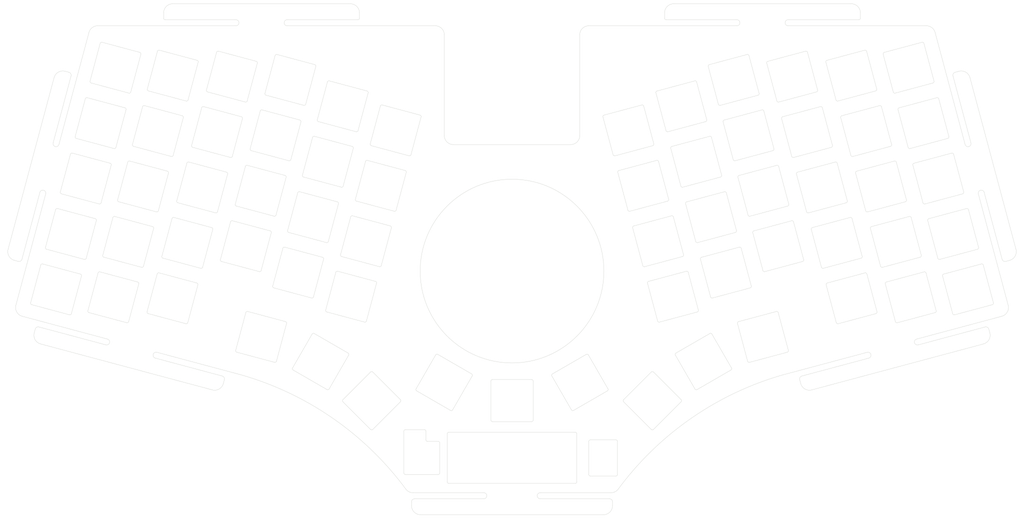
<source format=kicad_pcb>
(kicad_pcb (version 20221018) (generator pcbnew)
  (title_block (title "Honeydew unified split ergonomic keyboard") (date "2023-04-08") (rev "V2.0") (company "Created by Ariamelon (https://github.com/Ariamelon/Honeydew/)") (comment 1 "Licensed under CC BY 4.0."))
  (layers (0 "F.Cu" signal) (31 "B.Cu" signal) (34 "B.Paste" user) (35 "F.Paste" user) (36 "B.SilkS" user "B.Silkscreen") (37 "F.SilkS" user "F.Silkscreen") (38 "B.Mask" user) (39 "F.Mask" user) (44 "Edge.Cuts" user))
  (net 0 "")
  (footprint "Honeydew:MX100" (layer "B.Cu") (at 166.436872 131.695173 165)
    (fp_text reference "SW27" hide)
    (fp_text value "CPG151101S11" hide)
    (fp_line (start -7 6.5) (end -7 -6.5) (stroke (width 0.1)) (layer "Edge.Cuts"))
    (fp_line (start -6.5 -7) (end 6.5 -7) (stroke (width 0.1)) (layer "Edge.Cuts"))
    (fp_line (start -6.5 7) (end 6.5 7) (stroke (width 0.1)) (layer "Edge.Cuts"))
    (fp_line (start 7 6.5) (end 7 -6.5) (stroke (width 0.1)) (layer "Edge.Cuts"))
    (fp_arc (start -7 -6.5) (mid -6.853554 -6.853553) (end -6.5 -7) (stroke (width 0.1)) (layer "Edge.Cuts"))
    (fp_arc (start -6.5 7) (mid -6.853553 6.853554) (end -7 6.5) (stroke (width 0.1)) (layer "Edge.Cuts"))
    (fp_arc (start 6.5 -7) (mid 6.853553 -6.853553) (end 7 -6.5) (stroke (width 0.1)) (layer "Edge.Cuts"))
    (fp_arc (start 7 6.5) (mid 6.853553 6.853553) (end 6.5 7) (stroke (width 0.1)) (layer "Edge.Cuts"))
  )
  (footprint "Honeydew:MX100" (layer "B.Cu") (at 322.735511 169.039511 -165)
    (fp_text reference "SW50" hide)
    (fp_text value "CPG151101S11" hide)
    (fp_line (start -7 6.5) (end -7 -6.5) (stroke (width 0.1)) (layer "Edge.Cuts"))
    (fp_line (start -6.5 -7) (end 6.5 -7) (stroke (width 0.1)) (layer "Edge.Cuts"))
    (fp_line (start -6.5 7) (end 6.5 7) (stroke (width 0.1)) (layer "Edge.Cuts"))
    (fp_line (start 7 6.5) (end 7 -6.5) (stroke (width 0.1)) (layer "Edge.Cuts"))
    (fp_arc (start -7 -6.5) (mid -6.853554 -6.853553) (end -6.5 -7) (stroke (width 0.1)) (layer "Edge.Cuts"))
    (fp_arc (start -6.5 7) (mid -6.853553 6.853554) (end -7 6.5) (stroke (width 0.1)) (layer "Edge.Cuts"))
    (fp_arc (start 6.5 -7) (mid 6.853553 -6.853553) (end 7 -6.5) (stroke (width 0.1)) (layer "Edge.Cuts"))
    (fp_arc (start 7 6.5) (mid 6.853553 6.853553) (end 6.5 7) (stroke (width 0.1)) (layer "Edge.Cuts"))
  )
  (footprint "Honeydew:MX100" (layer "B.Cu") (at 232.53636 196.961411 -150)
    (fp_text reference "SW63" hide)
    (fp_text value "CPG151101S11" hide)
    (fp_line (start -7 6.5) (end -7 -6.5) (stroke (width 0.1)) (layer "Edge.Cuts"))
    (fp_line (start -6.5 -7) (end 6.5 -7) (stroke (width 0.1)) (layer "Edge.Cuts"))
    (fp_line (start -6.5 7) (end 6.5 7) (stroke (width 0.1)) (layer "Edge.Cuts"))
    (fp_line (start 7 6.5) (end 7 -6.5) (stroke (width 0.1)) (layer "Edge.Cuts"))
    (fp_arc (start -7 -6.5) (mid -6.853553 -6.853553) (end -6.5 -7) (stroke (width 0.1)) (layer "Edge.Cuts"))
    (fp_arc (start -6.5 7) (mid -6.853553 6.853553) (end -7 6.5) (stroke (width 0.1)) (layer "Edge.Cuts"))
    (fp_arc (start 6.5 -7) (mid 6.853553 -6.853553) (end 7 -6.5) (stroke (width 0.1)) (layer "Edge.Cuts"))
    (fp_arc (start 7 6.5) (mid 6.853553 6.853553) (end 6.5 7) (stroke (width 0.1)) (layer "Edge.Cuts"))
  )
  (footprint "Honeydew:MX100" (layer "B.Cu") (at 342.36903 168.709231 -165)
    (fp_text reference "SW55" hide)
    (fp_text value "CPG151101S11" hide)
    (fp_line (start -7 6.5) (end -7 -6.5) (stroke (width 0.1)) (layer "Edge.Cuts"))
    (fp_line (start -6.5 -7) (end 6.5 -7) (stroke (width 0.1)) (layer "Edge.Cuts"))
    (fp_line (start -6.5 7) (end 6.5 7) (stroke (width 0.1)) (layer "Edge.Cuts"))
    (fp_line (start 7 6.5) (end 7 -6.5) (stroke (width 0.1)) (layer "Edge.Cuts"))
    (fp_arc (start -7 -6.5) (mid -6.853554 -6.853553) (end -6.5 -7) (stroke (width 0.1)) (layer "Edge.Cuts"))
    (fp_arc (start -6.5 7) (mid -6.853553 6.853554) (end -7 6.5) (stroke (width 0.1)) (layer "Edge.Cuts"))
    (fp_arc (start 6.5 -7) (mid 6.853553 -6.853553) (end 7 -6.5) (stroke (width 0.1)) (layer "Edge.Cuts"))
    (fp_arc (start 7 6.5) (mid 6.853553 6.853553) (end 6.5 7) (stroke (width 0.1)) (layer "Edge.Cuts"))
  )
  (footprint "Honeydew:MX100" (layer "B.Cu") (at 341.664216 92.475281 -165)
    (fp_text reference "SW56" hide)
    (fp_text value "CPG151101S11" hide)
    (fp_line (start -7 6.5) (end -7 -6.5) (stroke (width 0.1)) (layer "Edge.Cuts"))
    (fp_line (start -6.5 -7) (end 6.5 -7) (stroke (width 0.1)) (layer "Edge.Cuts"))
    (fp_line (start -6.5 7) (end 6.5 7) (stroke (width 0.1)) (layer "Edge.Cuts"))
    (fp_line (start 7 6.5) (end 7 -6.5) (stroke (width 0.1)) (layer "Edge.Cuts"))
    (fp_arc (start -7 -6.5) (mid -6.853554 -6.853553) (end -6.5 -7) (stroke (width 0.1)) (layer "Edge.Cuts"))
    (fp_arc (start -6.5 7) (mid -6.853553 6.853554) (end -7 6.5) (stroke (width 0.1)) (layer "Edge.Cuts"))
    (fp_arc (start 6.5 -7) (mid 6.853553 -6.853553) (end 7 -6.5) (stroke (width 0.1)) (layer "Edge.Cuts"))
    (fp_arc (start 7 6.5) (mid 6.853553 6.853553) (end 6.5 7) (stroke (width 0.1)) (layer "Edge.Cuts"))
  )
  (footprint "Honeydew:MX100" (layer "B.Cu") (at 258.493595 150.096046 -165)
    (fp_text reference "SW33" hide)
    (fp_text value "CPG151101S11" hide)
    (fp_line (start -7 6.5) (end -7 -6.5) (stroke (width 0.1)) (layer "Edge.Cuts"))
    (fp_line (start -6.5 -7) (end 6.5 -7) (stroke (width 0.1)) (layer "Edge.Cuts"))
    (fp_line (start -6.5 7) (end 6.5 7) (stroke (width 0.1)) (layer "Edge.Cuts"))
    (fp_line (start 7 6.5) (end 7 -6.5) (stroke (width 0.1)) (layer "Edge.Cuts"))
    (fp_arc (start -7 -6.5) (mid -6.853554 -6.853553) (end -6.5 -7) (stroke (width 0.1)) (layer "Edge.Cuts"))
    (fp_arc (start -6.5 7) (mid -6.853553 6.853554) (end -7 6.5) (stroke (width 0.1)) (layer "Edge.Cuts"))
    (fp_arc (start 6.5 -7) (mid 6.853553 -6.853553) (end 7 -6.5) (stroke (width 0.1)) (layer "Edge.Cuts"))
    (fp_arc (start 7 6.5) (mid 6.853553 6.853553) (end 6.5 7) (stroke (width 0.1)) (layer "Edge.Cuts"))
  )
  (footprint "Honeydew:MX100" (layer "B.Cu") (at 92.422449 113.506559 165)
    (fp_text reference "SW7" hide)
    (fp_text value "CPG151101S11" hide)
    (fp_line (start -7 6.5) (end -7 -6.5) (stroke (width 0.1)) (layer "Edge.Cuts"))
    (fp_line (start -6.5 -7) (end 6.5 -7) (stroke (width 0.1)) (layer "Edge.Cuts"))
    (fp_line (start -6.5 7) (end 6.5 7) (stroke (width 0.1)) (layer "Edge.Cuts"))
    (fp_line (start 7 6.5) (end 7 -6.5) (stroke (width 0.1)) (layer "Edge.Cuts"))
    (fp_arc (start -7 -6.5) (mid -6.853554 -6.853553) (end -6.5 -7) (stroke (width 0.1)) (layer "Edge.Cuts"))
    (fp_arc (start -6.5 7) (mid -6.853553 6.853554) (end -7 6.5) (stroke (width 0.1)) (layer "Edge.Cuts"))
    (fp_arc (start 6.5 -7) (mid 6.853553 -6.853553) (end 7 -6.5) (stroke (width 0.1)) (layer "Edge.Cuts"))
    (fp_arc (start 7 6.5) (mid 6.853553 6.853553) (end 6.5 7) (stroke (width 0.1)) (layer "Edge.Cuts"))
  )
  (footprint "Honeydew:MX100" (layer "B.Cu") (at 263.4241 168.496939 -165)
    (fp_text reference "SW34" hide)
    (fp_text value "CPG151101S11" hide)
    (fp_line (start -7 6.5) (end -7 -6.5) (stroke (width 0.1)) (layer "Edge.Cuts"))
    (fp_line (start -6.5 -7) (end 6.5 -7) (stroke (width 0.1)) (layer "Edge.Cuts"))
    (fp_line (start -6.5 7) (end 6.5 7) (stroke (width 0.1)) (layer "Edge.Cuts"))
    (fp_line (start 7 6.5) (end 7 -6.5) (stroke (width 0.1)) (layer "Edge.Cuts"))
    (fp_arc (start -7 -6.5) (mid -6.853554 -6.853553) (end -6.5 -7) (stroke (width 0.1)) (layer "Edge.Cuts"))
    (fp_arc (start -6.5 7) (mid -6.853553 6.853554) (end -7 6.5) (stroke (width 0.1)) (layer "Edge.Cuts"))
    (fp_arc (start 6.5 -7) (mid 6.853553 -6.853553) (end 7 -6.5) (stroke (width 0.1)) (layer "Edge.Cuts"))
    (fp_arc (start 7 6.5) (mid 6.853553 6.853553) (end 6.5 7) (stroke (width 0.1)) (layer "Edge.Cuts"))
  )
  (footprint "Honeydew:MX100" (layer "B.Cu") (at 148.857729 123.697834 165)
    (fp_text reference "SW22" hide)
    (fp_text value "CPG151101S11" hide)
    (fp_line (start -7 6.5) (end -7 -6.5) (stroke (width 0.1)) (layer "Edge.Cuts"))
    (fp_line (start -6.5 -7) (end 6.5 -7) (stroke (width 0.1)) (layer "Edge.Cuts"))
    (fp_line (start -6.5 7) (end 6.5 7) (stroke (width 0.1)) (layer "Edge.Cuts"))
    (fp_line (start 7 6.5) (end 7 -6.5) (stroke (width 0.1)) (layer "Edge.Cuts"))
    (fp_arc (start -7 -6.5) (mid -6.853554 -6.853553) (end -6.5 -7) (stroke (width 0.1)) (layer "Edge.Cuts"))
    (fp_arc (start -6.5 7) (mid -6.853553 6.853554) (end -7 6.5) (stroke (width 0.1)) (layer "Edge.Cuts"))
    (fp_arc (start 6.5 -7) (mid 6.853553 -6.853553) (end 7 -6.5) (stroke (width 0.1)) (layer "Edge.Cuts"))
    (fp_arc (start 7 6.5) (mid 6.853553 6.853553) (end 6.5 7) (stroke (width 0.1)) (layer "Edge.Cuts"))
  )
  (footprint "Honeydew:MX100" (layer "B.Cu") (at 288.515923 114.933823 -165)
    (fp_text reference "SW42" hide)
    (fp_text value "CPG151101S11" hide)
    (fp_line (start -7 6.5) (end -7 -6.5) (stroke (width 0.1)) (layer "Edge.Cuts"))
    (fp_line (start -6.5 -7) (end 6.5 -7) (stroke (width 0.1)) (layer "Edge.Cuts"))
    (fp_line (start -6.5 7) (end 6.5 7) (stroke (width 0.1)) (layer "Edge.Cuts"))
    (fp_line (start 7 6.5) (end 7 -6.5) (stroke (width 0.1)) (layer "Edge.Cuts"))
    (fp_arc (start -7 -6.5) (mid -6.853554 -6.853553) (end -6.5 -7) (stroke (width 0.1)) (layer "Edge.Cuts"))
    (fp_arc (start -6.5 7) (mid -6.853553 6.853554) (end -7 6.5) (stroke (width 0.1)) (layer "Edge.Cuts"))
    (fp_arc (start 6.5 -7) (mid 6.853553 -6.853553) (end 7 -6.5) (stroke (width 0.1)) (layer "Edge.Cuts"))
    (fp_arc (start 7 6.5) (mid 6.853553 6.853553) (end 6.5 7) (stroke (width 0.1)) (layer "Edge.Cuts"))
  )
  (footprint "Honeydew:MX100" (layer "B.Cu") (at 337.438532 150.308336 -165)
    (fp_text reference "SW54" hide)
    (fp_text value "CPG151101S11" hide)
    (fp_line (start -7 6.5) (end -7 -6.5) (stroke (width 0.1)) (layer "Edge.Cuts"))
    (fp_line (start -6.5 -7) (end 6.5 -7) (stroke (width 0.1)) (layer "Edge.Cuts"))
    (fp_line (start -6.5 7) (end 6.5 7) (stroke (width 0.1)) (layer "Edge.Cuts"))
    (fp_line (start 7 6.5) (end 7 -6.5) (stroke (width 0.1)) (layer "Edge.Cuts"))
    (fp_arc (start -7 -6.5) (mid -6.853554 -6.853553) (end -6.5 -7) (stroke (width 0.1)) (layer "Edge.Cuts"))
    (fp_arc (start -6.5 7) (mid -6.853553 6.853554) (end -7 6.5) (stroke (width 0.1)) (layer "Edge.Cuts"))
    (fp_arc (start 6.5 -7) (mid 6.853553 -6.853553) (end 7 -6.5) (stroke (width 0.1)) (layer "Edge.Cuts"))
    (fp_arc (start 7 6.5) (mid 6.853553 6.853553) (end 6.5 7) (stroke (width 0.1)) (layer "Edge.Cuts"))
  )
  (footprint "Honeydew:MX100" (layer "B.Cu") (at 156.575864 168.496955 165)
    (fp_text reference "SW29" hide)
    (fp_text value "CPG151101S11" hide)
    (fp_line (start -7 6.5) (end -7 -6.5) (stroke (width 0.1)) (layer "Edge.Cuts"))
    (fp_line (start -6.5 -7) (end 6.5 -7) (stroke (width 0.1)) (layer "Edge.Cuts"))
    (fp_line (start -6.5 7) (end 6.5 7) (stroke (width 0.1)) (layer "Edge.Cuts"))
    (fp_line (start 7 6.5) (end 7 -6.5) (stroke (width 0.1)) (layer "Edge.Cuts"))
    (fp_arc (start -7 -6.5) (mid -6.853554 -6.853553) (end -6.5 -7) (stroke (width 0.1)) (layer "Edge.Cuts"))
    (fp_arc (start -6.5 7) (mid -6.853553 6.853554) (end -7 6.5) (stroke (width 0.1)) (layer "Edge.Cuts"))
    (fp_arc (start 6.5 -7) (mid 6.853553 -6.853553) (end 7 -6.5) (stroke (width 0.1)) (layer "Edge.Cuts"))
    (fp_arc (start 7 6.5) (mid 6.853553 6.853553) (end 6.5 7) (stroke (width 0.1)) (layer "Edge.Cuts"))
  )
  (footprint "Honeydew:MX100" (layer "B.Cu") (at 312.874507 132.237734 -165)
    (fp_text reference "SW48" hide)
    (fp_text value "CPG151101S11" hide)
    (fp_line (start -7 6.5) (end -7 -6.5) (stroke (width 0.1)) (layer "Edge.Cuts"))
    (fp_line (start -6.5 -7) (end 6.5 -7) (stroke (width 0.1)) (layer "Edge.Cuts"))
    (fp_line (start -6.5 7) (end 6.5 7) (stroke (width 0.1)) (layer "Edge.Cuts"))
    (fp_line (start 7 6.5) (end 7 -6.5) (stroke (width 0.1)) (layer "Edge.Cuts"))
    (fp_arc (start -7 -6.5) (mid -6.853554 -6.853553) (end -6.5 -7) (stroke (width 0.1)) (layer "Edge.Cuts"))
    (fp_arc (start -6.5 7) (mid -6.853553 6.853554) (end -7 6.5) (stroke (width 0.1)) (layer "Edge.Cuts"))
    (fp_arc (start 6.5 -7) (mid 6.853553 -6.853553) (end 7 -6.5) (stroke (width 0.1)) (layer "Edge.Cuts"))
    (fp_arc (start 7 6.5) (mid 6.853553 6.853553) (end 6.5 7) (stroke (width 0.1)) (layer "Edge.Cuts"))
  )
  (footprint "Honeydew:MX100" (layer "B.Cu") (at 77.630945 168.709224 165)
    (fp_text reference "SW10" hide)
    (fp_text value "CPG151101S11" hide)
    (fp_line (start -7 6.5) (end -7 -6.5) (stroke (width 0.1)) (layer "Edge.Cuts"))
    (fp_line (start -6.5 -7) (end 6.5 -7) (stroke (width 0.1)) (layer "Edge.Cuts"))
    (fp_line (start -6.5 7) (end 6.5 7) (stroke (width 0.1)) (layer "Edge.Cuts"))
    (fp_line (start 7 6.5) (end 7 -6.5) (stroke (width 0.1)) (layer "Edge.Cuts"))
    (fp_arc (start -7 -6.5) (mid -6.853554 -6.853553) (end -6.5 -7) (stroke (width 0.1)) (layer "Edge.Cuts"))
    (fp_arc (start -6.5 7) (mid -6.853553 6.853554) (end -7 6.5) (stroke (width 0.1)) (layer "Edge.Cuts"))
    (fp_arc (start 6.5 -7) (mid 6.853553 -6.853553) (end 7 -6.5) (stroke (width 0.1)) (layer "Edge.Cuts"))
    (fp_arc (start 7 6.5) (mid 6.853553 6.853553) (end 6.5 7) (stroke (width 0.1)) (layer "Edge.Cuts"))
  )
  (footprint "Honeydew:MX100" (layer "B.Cu") (at 253.563096 131.695174 -165)
    (fp_text reference "SW32" hide)
    (fp_text value "CPG151101S11" hide)
    (fp_line (start -7 6.5) (end -7 -6.5) (stroke (width 0.1)) (layer "Edge.Cuts"))
    (fp_line (start -6.5 -7) (end 6.5 -7) (stroke (width 0.1)) (layer "Edge.Cuts"))
    (fp_line (start -6.5 7) (end 6.5 7) (stroke (width 0.1)) (layer "Edge.Cuts"))
    (fp_line (start 7 6.5) (end 7 -6.5) (stroke (width 0.1)) (layer "Edge.Cuts"))
    (fp_arc (start -7 -6.5) (mid -6.853554 -6.853553) (end -6.5 -7) (stroke (width 0.1)) (layer "Edge.Cuts"))
    (fp_arc (start -6.5 7) (mid -6.853553 6.853554) (end -7 6.5) (stroke (width 0.1)) (layer "Edge.Cuts"))
    (fp_arc (start 6.5 -7) (mid 6.853553 -6.853553) (end 7 -6.5) (stroke (width 0.1)) (layer "Edge.Cuts"))
    (fp_arc (start 7 6.5) (mid 6.853553 6.853553) (end 6.5 7) (stroke (width 0.1)) (layer "Edge.Cuts"))
  )
  (footprint "Honeydew:MX100" (layer "B.Cu") (at 146.446541 190.036533 150)
    (fp_text reference "SW25" hide)
    (fp_text value "CPG151101S11" hide)
    (fp_line (start -7 6.5) (end -7 -6.5) (stroke (width 0.1)) (layer "Edge.Cuts"))
    (fp_line (start -6.5 -7) (end 6.5 -7) (stroke (width 0.1)) (layer "Edge.Cuts"))
    (fp_line (start -6.5 7) (end 6.5 7) (stroke (width 0.1)) (layer "Edge.Cuts"))
    (fp_line (start 7 6.5) (end 7 -6.5) (stroke (width 0.1)) (layer "Edge.Cuts"))
    (fp_arc (start -7 -6.5) (mid -6.853553 -6.853553) (end -6.5 -7) (stroke (width 0.1)) (layer "Edge.Cuts"))
    (fp_arc (start -6.5 7) (mid -6.853553 6.853553) (end -7 6.5) (stroke (width 0.1)) (layer "Edge.Cuts"))
    (fp_arc (start 6.5 -7) (mid 6.853553 -6.853553) (end 7 -6.5) (stroke (width 0.1)) (layer "Edge.Cuts"))
    (fp_arc (start 7 6.5) (mid 6.853553 6.853553) (end 6.5 7) (stroke (width 0.1)) (layer "Edge.Cuts"))
  )
  (footprint "Honeydew:MX100" (layer "B.Cu") (at 138.996741 160.499614 165)
    (fp_text reference "SW24" hide)
    (fp_text value "CPG151101S11" hide)
    (fp_line (start -7 6.5) (end -7 -6.5) (stroke (width 0.1)) (layer "Edge.Cuts"))
    (fp_line (start -6.5 -7) (end 6.5 -7) (stroke (width 0.1)) (layer "Edge.Cuts"))
    (fp_line (start -6.5 7) (end 6.5 7) (stroke (width 0.1)) (layer "Edge.Cuts"))
    (fp_line (start 7 6.5) (end 7 -6.5) (stroke (width 0.1)) (layer "Edge.Cuts"))
    (fp_arc (start -7 -6.5) (mid -6.853554 -6.853553) (end -6.5 -7) (stroke (width 0.1)) (layer "Edge.Cuts"))
    (fp_arc (start -6.5 7) (mid -6.853553 6.853554) (end -7 6.5) (stroke (width 0.1)) (layer "Edge.Cuts"))
    (fp_arc (start 6.5 -7) (mid 6.853553 -6.853553) (end 7 -6.5) (stroke (width 0.1)) (layer "Edge.Cuts"))
    (fp_arc (start 7 6.5) (mid 6.853553 6.853553) (end 6.5 7) (stroke (width 0.1)) (layer "Edge.Cuts"))
  )
  (footprint "Honeydew:MX100" (layer "B.Cu") (at 153.788239 105.296943 165)
    (fp_text reference "SW21" hide)
    (fp_text value "CPG151101S11" hide)
    (fp_line (start -7 6.5) (end -7 -6.5) (stroke (width 0.1)) (layer "Edge.Cuts"))
    (fp_line (start -6.5 -7) (end 6.5 -7) (stroke (width 0.1)) (layer "Edge.Cuts"))
    (fp_line (start -6.5 7) (end 6.5 7) (stroke (width 0.1)) (layer "Edge.Cuts"))
    (fp_line (start 7 6.5) (end 7 -6.5) (stroke (width 0.1)) (layer "Edge.Cuts"))
    (fp_arc (start -7 -6.5) (mid -6.853554 -6.853553) (end -6.5 -7) (stroke (width 0.1)) (layer "Edge.Cuts"))
    (fp_arc (start -6.5 7) (mid -6.853553 6.853554) (end -7 6.5) (stroke (width 0.1)) (layer "Edge.Cuts"))
    (fp_arc (start 6.5 -7) (mid 6.853553 -6.853553) (end 7 -6.5) (stroke (width 0.1)) (layer "Edge.Cuts"))
    (fp_arc (start 7 6.5) (mid 6.853553 6.853553) (end 6.5 7) (stroke (width 0.1)) (layer "Edge.Cuts"))
  )
  (footprint "Honeydew:MX100" (layer "B.Cu") (at 187.463579 196.961413 150)
    (fp_text reference "SW61" hide)
    (fp_text value "CPG151101S11" hide)
    (fp_line (start -7 6.5) (end -7 -6.5) (stroke (width 0.1)) (layer "Edge.Cuts"))
    (fp_line (start -6.5 -7) (end 6.5 -7) (stroke (width 0.1)) (layer "Edge.Cuts"))
    (fp_line (start -6.5 7) (end 6.5 7) (stroke (width 0.1)) (layer "Edge.Cuts"))
    (fp_line (start 7 6.5) (end 7 -6.5) (stroke (width 0.1)) (layer "Edge.Cuts"))
    (fp_arc (start -7 -6.5) (mid -6.853553 -6.853553) (end -6.5 -7) (stroke (width 0.1)) (layer "Edge.Cuts"))
    (fp_arc (start -6.5 7) (mid -6.853553 6.853553) (end -7 6.5) (stroke (width 0.1)) (layer "Edge.Cuts"))
    (fp_arc (start 6.5 -7) (mid 6.853553 -6.853553) (end 7 -6.5) (stroke (width 0.1)) (layer "Edge.Cuts"))
    (fp_arc (start 7 6.5) (mid 6.853553 6.853553) (end 6.5 7) (stroke (width 0.1)) (layer "Edge.Cuts"))
  )
  (footprint "Honeydew:MX100" (layer "B.Cu") (at 82.561428 150.308335 165)
    (fp_text reference "SW9" hide)
    (fp_text value "CPG151101S11" hide)
    (fp_line (start -7 6.5) (end -7 -6.5) (stroke (width 0.1)) (layer "Edge.Cuts"))
    (fp_line (start -6.5 -7) (end 6.5 -7) (stroke (width 0.1)) (layer "Edge.Cuts"))
    (fp_line (start -6.5 7) (end 6.5 7) (stroke (width 0.1)) (layer "Edge.Cuts"))
    (fp_line (start 7 6.5) (end 7 -6.5) (stroke (width 0.1)) (layer "Edge.Cuts"))
    (fp_arc (start -7 -6.5) (mid -6.853554 -6.853553) (end -6.5 -7) (stroke (width 0.1)) (layer "Edge.Cuts"))
    (fp_arc (start -6.5 7) (mid -6.853553 6.853554) (end -7 6.5) (stroke (width 0.1)) (layer "Edge.Cuts"))
    (fp_arc (start 6.5 -7) (mid 6.853553 -6.853553) (end 7 -6.5) (stroke (width 0.1)) (layer "Edge.Cuts"))
    (fp_arc (start 7 6.5) (mid 6.853553 6.853553) (end 6.5 7) (stroke (width 0.1)) (layer "Edge.Cuts"))
  )
  (footprint "Honeydew:MX100" (layer "B.Cu") (at 163.403328 203.047917 135)
    (fp_text reference "SW30" hide)
    (fp_text value "CPG151101S11" hide)
    (fp_line (start -7 6.5) (end -7 -6.5) (stroke (width 0.1)) (layer "Edge.Cuts"))
    (fp_line (start -6.5 -7) (end 6.5 -7) (stroke (width 0.1)) (layer "Edge.Cuts"))
    (fp_line (start -6.5 7) (end 6.5 7) (stroke (width 0.1)) (layer "Edge.Cuts"))
    (fp_line (start 7 6.5) (end 7 -6.5) (stroke (width 0.1)) (layer "Edge.Cuts"))
    (fp_arc (start -7 -6.5) (mid -6.853553 -6.853553) (end -6.5 -7) (stroke (width 0.1)) (layer "Edge.Cuts"))
    (fp_arc (start -6.5 7) (mid -6.853553 6.853553) (end -7 6.5) (stroke (width 0.1)) (layer "Edge.Cuts"))
    (fp_arc (start 6.5 -7) (mid 6.853553 -6.853554) (end 7 -6.5) (stroke (width 0.1)) (layer "Edge.Cuts"))
    (fp_arc (start 7 6.5) (mid 6.853554 6.853553) (end 6.5 7) (stroke (width 0.1)) (layer "Edge.Cuts"))
  )
  (footprint "Honeydew:MX100" (layer "B.Cu") (at 346.594706 110.87616 -165)
    (fp_text reference "SW57" hide)
    (fp_text value "CPG151101S11" hide)
    (fp_line (start -7 6.5) (end -7 -6.5) (stroke (width 0.1)) (layer "Edge.Cuts"))
    (fp_line (start -6.5 -7) (end 6.5 -7) (stroke (width 0.1)) (layer "Edge.Cuts"))
    (fp_line (start -6.5 7) (end 6.5 7) (stroke (width 0.1)) (layer "Edge.Cuts"))
    (fp_line (start 7 6.5) (end 7 -6.5) (stroke (width 0.1)) (layer "Edge.Cuts"))
    (fp_arc (start -7 -6.5) (mid -6.853554 -6.853553) (end -6.5 -7) (stroke (width 0.1)) (layer "Edge.Cuts"))
    (fp_arc (start -6.5 7) (mid -6.853553 6.853554) (end -7 6.5) (stroke (width 0.1)) (layer "Edge.Cuts"))
    (fp_arc (start 6.5 -7) (mid 6.853553 -6.853553) (end 7 -6.5) (stroke (width 0.1)) (layer "Edge.Cuts"))
    (fp_arc (start 7 6.5) (mid 6.853553 6.853553) (end 6.5 7) (stroke (width 0.1)) (layer "Edge.Cuts"))
  )
  (footprint "Honeydew:MX100" (layer "B.Cu") (at 361.386215 166.078825 -165)
    (fp_text reference "SW60" hide)
    (fp_text value "CPG151101S11" hide)
    (fp_line (start -7 6.5) (end -7 -6.5) (stroke (width 0.1)) (layer "Edge.Cuts"))
    (fp_line (start -6.5 -7) (end 6.5 -7) (stroke (width 0.1)) (layer "Edge.Cuts"))
    (fp_line (start -6.5 7) (end 6.5 7) (stroke (width 0.1)) (layer "Edge.Cuts"))
    (fp_line (start 7 6.5) (end 7 -6.5) (stroke (width 0.1)) (layer "Edge.Cuts"))
    (fp_arc (start -7 -6.5) (mid -6.853554 -6.853553) (end -6.5 -7) (stroke (width 0.1)) (layer "Edge.Cuts"))
    (fp_arc (start -6.5 7) (mid -6.853553 6.853554) (end -7 6.5) (stroke (width 0.1)) (layer "Edge.Cuts"))
    (fp_arc (start 6.5 -7) (mid 6.853553 -6.853553) (end 7 -6.5) (stroke (width 0.1)) (layer "Edge.Cuts"))
    (fp_arc (start 7 6.5) (mid 6.853553 6.853553) (end 6.5 7) (stroke (width 0.1)) (layer "Edge.Cuts"))
  )
  (footprint "Honeydew:MX100" (layer "B.Cu") (at 102.19496 150.63862 165)
    (fp_text reference "SW14" hide)
    (fp_text value "CPG151101S11" hide)
    (fp_line (start -7 6.5) (end -7 -6.5) (stroke (width 0.1)) (layer "Edge.Cuts"))
    (fp_line (start -6.5 -7) (end 6.5 -7) (stroke (width 0.1)) (layer "Edge.Cuts"))
    (fp_line (start -6.5 7) (end 6.5 7) (stroke (width 0.1)) (layer "Edge.Cuts"))
    (fp_line (start 7 6.5) (end 7 -6.5) (stroke (width 0.1)) (layer "Edge.Cuts"))
    (fp_arc (start -7 -6.5) (mid -6.853554 -6.853553) (end -6.5 -7) (stroke (width 0.1)) (layer "Edge.Cuts"))
    (fp_arc (start -6.5 7) (mid -6.853553 6.853554) (end -7 6.5) (stroke (width 0.1)) (layer "Edge.Cuts"))
    (fp_arc (start 6.5 -7) (mid 6.853553 -6.853553) (end 7 -6.5) (stroke (width 0.1)) (layer "Edge.Cuts"))
    (fp_arc (start 7 6.5) (mid 6.853553 6.853553) (end 6.5 7) (stroke (width 0.1)) (layer "Edge.Cuts"))
  )
  (footprint "Honeydew:MX100" (layer "B.Cu") (at 126.699957 181.857219 165)
    (fp_text reference "SW20" hide)
    (fp_text value "CPG151101S11" hide)
    (fp_line (start -7 6.5) (end -7 -6.5) (stroke (width 0.1)) (layer "Edge.Cuts"))
    (fp_line (start -6.5 -7) (end 6.5 -7) (stroke (width 0.1)) (layer "Edge.Cuts"))
    (fp_line (start -6.5 7) (end 6.5 7) (stroke (width 0.1)) (layer "Edge.Cuts"))
    (fp_line (start 7 6.5) (end 7 -6.5) (stroke (width 0.1)) (layer "Edge.Cuts"))
    (fp_arc (start -7 -6.5) (mid -6.853554 -6.853553) (end -6.5 -7) (stroke (width 0.1)) (layer "Edge.Cuts"))
    (fp_arc (start -6.5 7) (mid -6.853553 6.853554) (end -7 6.5) (stroke (width 0.1)) (layer "Edge.Cuts"))
    (fp_arc (start 6.5 -7) (mid 6.853553 -6.853553) (end 7 -6.5) (stroke (width 0.1)) (layer "Edge.Cuts"))
    (fp_arc (start 7 6.5) (mid 6.853553 6.853553) (end 6.5 7) (stroke (width 0.1)) (layer "Edge.Cuts"))
  )
  (footprint "Honeydew:MX100" (layer "B.Cu") (at 112.055956 113.836826 165)
    (fp_text reference "SW12" hide)
    (fp_text value "CPG151101S11" hide)
    (fp_line (start -7 6.5) (end -7 -6.5) (stroke (width 0.1)) (layer "Edge.Cuts"))
    (fp_line (start -6.5 -7) (end 6.5 -7) (stroke (width 0.1)) (layer "Edge.Cuts"))
    (fp_line (start -6.5 7) (end 6.5 7) (stroke (width 0.1)) (layer "Edge.Cuts"))
    (fp_line (start 7 6.5) (end 7 -6.5) (stroke (width 0.1)) (layer "Edge.Cuts"))
    (fp_arc (start -7 -6.5) (mid -6.853554 -6.853553) (end -6.5 -7) (stroke (width 0.1)) (layer "Edge.Cuts"))
    (fp_arc (start -6.5 7) (mid -6.853553 6.853554) (end -7 6.5) (stroke (width 0.1)) (layer "Edge.Cuts"))
    (fp_arc (start 6.5 -7) (mid 6.853553 -6.853553) (end 7 -6.5) (stroke (width 0.1)) (layer "Edge.Cuts"))
    (fp_arc (start 7 6.5) (mid 6.853553 6.853553) (end 6.5 7) (stroke (width 0.1)) (layer "Edge.Cuts"))
  )
  (footprint "Honeydew:MX100" (layer "B.Cu") (at 307.944011 113.836851 -165)
    (fp_text reference "SW47" hide)
    (fp_text value "CPG151101S11" hide)
    (fp_line (start -7 6.5) (end -7 -6.5) (stroke (width 0.1)) (layer "Edge.Cuts"))
    (fp_line (start -6.5 -7) (end 6.5 -7) (stroke (width 0.1)) (layer "Edge.Cuts"))
    (fp_line (start -6.5 7) (end 6.5 7) (stroke (width 0.1)) (layer "Edge.Cuts"))
    (fp_line (start 7 6.5) (end 7 -6.5) (stroke (width 0.1)) (layer "Edge.Cuts"))
    (fp_arc (start -7 -6.5) (mid -6.853554 -6.853553) (end -6.5 -7) (stroke (width 0.1)) (layer "Edge.Cuts"))
    (fp_arc (start -6.5 7) (mid -6.853553 6.853554) (end -7 6.5) (stroke (width 0.1)) (layer "Edge.Cuts"))
    (fp_arc (start 6.5 -7) (mid 6.853553 -6.853553) (end 7 -6.5) (stroke (width 0.1)) (layer "Edge.Cuts"))
    (fp_arc (start 7 6.5) (mid 6.853553 6.853553) (end 6.5 7) (stroke (width 0.1)) (layer "Edge.Cuts"))
  )
  (footprint "Honeydew:MX100" (layer "B.Cu") (at 298.376939 151.735582 -165)
    (fp_text reference "SW44" hide)
    (fp_text value "CPG151101S11" hide)
    (fp_line (start -7 6.5) (end -7 -6.5) (stroke (width 0.1)) (layer "Edge.Cuts"))
    (fp_line (start -6.5 -7) (end 6.5 -7) (stroke (width 0.1)) (layer "Edge.Cuts"))
    (fp_line (start -6.5 7) (end 6.5 7) (stroke (width 0.1)) (layer "Edge.Cuts"))
    (fp_line (start 7 6.5) (end 7 -6.5) (stroke (width 0.1)) (layer "Edge.Cuts"))
    (fp_arc (start -7 -6.5) (mid -6.853554 -6.853553) (end -6.5 -7) (stroke (width 0.1)) (layer "Edge.Cuts"))
    (fp_arc (start -6.5 7) (mid -6.853553 6.853554) (end -7 6.5) (stroke (width 0.1)) (layer "Edge.Cuts"))
    (fp_arc (start 6.5 -7) (mid 6.853553 -6.853553) (end 7 -6.5) (stroke (width 0.1)) (layer "Edge.Cuts"))
    (fp_arc (start 7 6.5) (mid 6.853553 6.853553) (end 6.5 7) (stroke (width 0.1)) (layer "Edge.Cuts"))
  )
  (footprint "Honeydew:MX100" (layer "B.Cu") (at 322.647017 95.105682 -165)
    (fp_text reference "SW51" hide)
    (fp_text value "CPG151101S11" hide)
    (fp_line (start -7 6.5) (end -7 -6.5) (stroke (width 0.1)) (layer "Edge.Cuts"))
    (fp_line (start -6.5 -7) (end 6.5 -7) (stroke (width 0.1)) (layer "Edge.Cuts"))
    (fp_line (start -6.5 7) (end 6.5 7) (stroke (width 0.1)) (layer "Edge.Cuts"))
    (fp_line (start 7 6.5) (end 7 -6.5) (stroke (width 0.1)) (layer "Edge.Cuts"))
    (fp_arc (start -7 -6.5) (mid -6.853554 -6.853553) (end -6.5 -7) (stroke (width 0.1)) (layer "Edge.Cuts"))
    (fp_arc (start -6.5 7) (mid -6.853553 6.853554) (end -7 6.5) (stroke (width 0.1)) (layer "Edge.Cuts"))
    (fp_arc (start 6.5 -7) (mid 6.853553 -6.853553) (end 7 -6.5) (stroke (width 0.1)) (layer "Edge.Cuts"))
    (fp_arc (start 7 6.5) (mid 6.853553 6.853553) (end 6.5 7) (stroke (width 0.1)) (layer "Edge.Cuts"))
  )
  (footprint "Honeydew:MX100" (layer "B.Cu") (at 58.613746 166.078826 165)
    (fp_text reference "SW5" hide)
    (fp_text value "CPG151101S11" hide)
    (fp_line (start -7 6.5) (end -7 -6.5) (stroke (width 0.1)) (layer "Edge.Cuts"))
    (fp_line (start -6.5 -7) (end 6.5 -7) (stroke (width 0.1)) (layer "Edge.Cuts"))
    (fp_line (start -6.5 7) (end 6.5 7) (stroke (width 0.1)) (layer "Edge.Cuts"))
    (fp_line (start 7 6.5) (end 7 -6.5) (stroke (width 0.1)) (layer "Edge.Cuts"))
    (fp_arc (start -7 -6.5) (mid -6.853554 -6.853553) (end -6.5 -7) (stroke (width 0.1)) (layer "Edge.Cuts"))
    (fp_arc (start -6.5 7) (mid -6.853553 6.853554) (end -7 6.5) (stroke (width 0.1)) (layer "Edge.Cuts"))
    (fp_arc (start 6.5 -7) (mid 6.853553 -6.853553) (end 7 -6.5) (stroke (width 0.1)) (layer "Edge.Cuts"))
    (fp_arc (start 7 6.5) (mid 6.853553 6.853553) (end 6.5 7) (stroke (width 0.1)) (layer "Edge.Cuts"))
  )
  (footprint "Honeydew:MX100" (layer "B.Cu") (at 107.12546 132.237721 165)
    (fp_text reference "SW13" hide)
    (fp_text value "CPG151101S11" hide)
    (fp_line (start -7 6.5) (end -7 -6.5) (stroke (width 0.1)) (layer "Edge.Cuts"))
    (fp_line (start -6.5 -7) (end 6.5 -7) (stroke (width 0.1)) (layer "Edge.Cuts"))
    (fp_line (start -6.5 7) (end 6.5 7) (stroke (width 0.1)) (layer "Edge.Cuts"))
    (fp_line (start 7 6.5) (end 7 -6.5) (stroke (width 0.1)) (layer "Edge.Cuts"))
    (fp_arc (start -7 -6.5) (mid -6.853554 -6.853553) (end -6.5 -7) (stroke (width 0.1)) (layer "Edge.Cuts"))
    (fp_arc (start -6.5 7) (mid -6.853553 6.853554) (end -7 6.5) (stroke (width 0.1)) (layer "Edge.Cuts"))
    (fp_arc (start 6.5 -7) (mid 6.853553 -6.853553) (end 7 -6.5) (stroke (width 0.1)) (layer "Edge.Cuts"))
    (fp_arc (start 7 6.5) (mid 6.853553 6.853553) (end 6.5 7) (stroke (width 0.1)) (layer "Edge.Cuts"))
  )
  (footprint "Honeydew:MX100" (layer "B.Cu") (at 126.553514 133.334702 165)
    (fp_text reference "SW18" hide)
    (fp_text value "CPG151101S11" hide)
    (fp_line (start -7 6.5) (end -7 -6.5) (stroke (width 0.1)) (layer "Edge.Cuts"))
    (fp_line (start -6.5 -7) (end 6.5 -7) (stroke (width 0.1)) (layer "Edge.Cuts"))
    (fp_line (start -6.5 7) (end 6.5 7) (stroke (width 0.1)) (layer "Edge.Cuts"))
    (fp_line (start 7 6.5) (end 7 -6.5) (stroke (width 0.1)) (layer "Edge.Cuts"))
    (fp_arc (start -7 -6.5) (mid -6.853554 -6.853553) (end -6.5 -7) (stroke (width 0.1)) (layer "Edge.Cuts"))
    (fp_arc (start -6.5 7) (mid -6.853553 6.853554) (end -7 6.5) (stroke (width 0.1)) (layer "Edge.Cuts"))
    (fp_arc (start 6.5 -7) (mid 6.853553 -6.853553) (end 7 -6.5) (stroke (width 0.1)) (layer "Edge.Cuts"))
    (fp_arc (start 7 6.5) (mid 6.853553 6.853553) (end 6.5 7) (stroke (width 0.1)) (layer "Edge.Cuts"))
  )
  (footprint "Honeydew:MX100" (layer "B.Cu") (at 356.455715 147.677947 -165)
    (fp_text reference "SW59" hide)
    (fp_text value "CPG151101S11" hide)
    (fp_line (start -7 6.5) (end -7 -6.5) (stroke (width 0.1)) (layer "Edge.Cuts"))
    (fp_line (start -6.5 -7) (end 6.5 -7) (stroke (width 0.1)) (layer "Edge.Cuts"))
    (fp_line (start -6.5 7) (end 6.5 7) (stroke (width 0.1)) (layer "Edge.Cuts"))
    (fp_line (start 7 6.5) (end 7 -6.5) (stroke (width 0.1)) (layer "Edge.Cuts"))
    (fp_arc (start -7 -6.5) (mid -6.853554 -6.853553) (end -6.5 -7) (stroke (width 0.1)) (layer "Edge.Cuts"))
    (fp_arc (start -6.5 7) (mid -6.853553 6.853554) (end -7 6.5) (stroke (width 0.1)) (layer "Edge.Cuts"))
    (fp_arc (start 6.5 -7) (mid 6.853553 -6.853553) (end 7 -6.5) (stroke (width 0.1)) (layer "Edge.Cuts"))
    (fp_arc (start 7 6.5) (mid 6.853553 6.853553) (end 6.5 7) (stroke (width 0.1)) (layer "Edge.Cuts"))
  )
  (footprint "Honeydew:MX100" (layer "B.Cu") (at 317.805014 150.638636 -165)
    (fp_text reference "SW49" hide)
    (fp_text value "CPG151101S11" hide)
    (fp_line (start -7 6.5) (end -7 -6.5) (stroke (width 0.1)) (layer "Edge.Cuts"))
    (fp_line (start -6.5 -7) (end 6.5 -7) (stroke (width 0.1)) (layer "Edge.Cuts"))
    (fp_line (start -6.5 7) (end 6.5 7) (stroke (width 0.1)) (layer "Edge.Cuts"))
    (fp_line (start 7 6.5) (end 7 -6.5) (stroke (width 0.1)) (layer "Edge.Cuts"))
    (fp_arc (start -7 -6.5) (mid -6.853554 -6.853553) (end -6.5 -7) (stroke (width 0.1)) (layer "Edge.Cuts"))
    (fp_arc (start -6.5 7) (mid -6.853553 6.853554) (end -7 6.5) (stroke (width 0.1)) (layer "Edge.Cuts"))
    (fp_arc (start 6.5 -7) (mid 6.853553 -6.853553) (end 7 -6.5) (stroke (width 0.1)) (layer "Edge.Cuts"))
    (fp_arc (start 7 6.5) (mid 6.853553 6.853553) (end 6.5 7) (stroke (width 0.1)) (layer "Edge.Cuts"))
  )
  (footprint "Honeydew:MX100" (layer "B.Cu") (at 351.525212 129.277044 -165)
    (fp_text reference "SW58" hide)
    (fp_text value "CPG151101S11" hide)
    (fp_line (start -7 6.5) (end -7 -6.5) (stroke (width 0.1)) (layer "Edge.Cuts"))
    (fp_line (start -6.5 -7) (end 6.5 -7) (stroke (width 0.1)) (layer "Edge.Cuts"))
    (fp_line (start -6.5 7) (end 6.5 7) (stroke (width 0.1)) (layer "Edge.Cuts"))
    (fp_line (start 7 6.5) (end 7 -6.5) (stroke (width 0.1)) (layer "Edge.Cuts"))
    (fp_arc (start -7 -6.5) (mid -6.853554 -6.853553) (end -6.5 -7) (stroke (width 0.1)) (layer "Edge.Cuts"))
    (fp_arc (start -6.5 7) (mid -6.853553 6.853554) (end -7 6.5) (stroke (width 0.1)) (layer "Edge.Cuts"))
    (fp_arc (start 6.5 -7) (mid 6.853553 -6.853553) (end 7 -6.5) (stroke (width 0.1)) (layer "Edge.Cuts"))
    (fp_arc (start 7 6.5) (mid 6.853553 6.853553) (end 6.5 7) (stroke (width 0.1)) (layer "Edge.Cuts"))
  )
  (footprint "Honeydew:MX100" (layer "B.Cu") (at 273.553412 190.03652 -150)
    (fp_text reference "SW40" hide)
    (fp_text value "CPG151101S11" hide)
    (fp_line (start -7 6.5) (end -7 -6.5) (stroke (width 0.1)) (layer "Edge.Cuts"))
    (fp_line (start -6.5 -7) (end 6.5 -7) (stroke (width 0.1)) (layer "Edge.Cuts"))
    (fp_line (start -6.5 7) (end 6.5 7) (stroke (width 0.1)) (layer "Edge.Cuts"))
    (fp_line (start 7 6.5) (end 7 -6.5) (stroke (width 0.1)) (layer "Edge.Cuts"))
    (fp_arc (start -7 -6.5) (mid -6.853553 -6.853553) (end -6.5 -7) (stroke (width 0.1)) (layer "Edge.Cuts"))
    (fp_arc (start -6.5 7) (mid -6.853553 6.853553) (end -7 6.5) (stroke (width 0.1)) (layer "Edge.Cuts"))
    (fp_arc (start 6.5 -7) (mid 6.853553 -6.853553) (end 7 -6.5) (stroke (width 0.1)) (layer "Edge.Cuts"))
    (fp_arc (start 7 6.5) (mid 6.853553 6.853553) (end 6.5 7) (stroke (width 0.1)) (layer "Edge.Cuts"))
  )
  (footprint "Honeydew:MX100" (layer "B.Cu") (at 97.352956 95.105674 165)
    (fp_text reference "SW6" hide)
    (fp_text value "CPG151101S11" hide)
    (fp_line (start -7 6.5) (end -7 -6.5) (stroke (width 0.1)) (layer "Edge.Cuts"))
    (fp_line (start -6.5 -7) (end 6.5 -7) (stroke (width 0.1)) (layer "Edge.Cuts"))
    (fp_line (start -6.5 7) (end 6.5 7) (stroke (width 0.1)) (layer "Edge.Cuts"))
    (fp_line (start 7 6.5) (end 7 -6.5) (stroke (width 0.1)) (layer "Edge.Cuts"))
    (fp_arc (start -7 -6.5) (mid -6.853554 -6.853553) (end -6.5 -7) (stroke (width 0.1)) (layer "Edge.Cuts"))
    (fp_arc (start -6.5 7) (mid -6.853553 6.853554) (end -7 6.5) (stroke (width 0.1)) (layer "Edge.Cuts"))
    (fp_arc (start 6.5 -7) (mid 6.853553 -6.853553) (end 7 -6.5) (stroke (width 0.1)) (layer "Edge.Cuts"))
    (fp_arc (start 7 6.5) (mid 6.853553 6.853553) (end 6.5 7) (stroke (width 0.1)) (layer "Edge.Cuts"))
  )
  (footprint "Honeydew:MX100" (layer "B.Cu") (at 116.986466 95.435974 165)
    (fp_text reference "SW11" hide)
    (fp_text value "CPG151101S11" hide)
    (fp_line (start -7 6.5) (end -7 -6.5) (stroke (width 0.1)) (layer "Edge.Cuts"))
    (fp_line (start -6.5 -7) (end 6.5 -7) (stroke (width 0.1)) (layer "Edge.Cuts"))
    (fp_line (start -6.5 7) (end 6.5 7) (stroke (width 0.1)) (layer "Edge.Cuts"))
    (fp_line (start 7 6.5) (end 7 -6.5) (stroke (width 0.1)) (layer "Edge.Cuts"))
    (fp_arc (start -7 -6.5) (mid -6.853554 -6.853553) (end -6.5 -7) (stroke (width 0.1)) (layer "Edge.Cuts"))
    (fp_arc (start -6.5 7) (mid -6.853553 6.853554) (end -7 6.5) (stroke (width 0.1)) (layer "Edge.Cuts"))
    (fp_arc (start 6.5 -7) (mid 6.853553 -6.853553) (end 7 -6.5) (stroke (width 0.1)) (layer "Edge.Cuts"))
    (fp_arc (start 7 6.5) (mid 6.853553 6.853553) (end 6.5 7) (stroke (width 0.1)) (layer "Edge.Cuts"))
  )
  (footprint "Honeydew:MX100" (layer "B.Cu") (at 171.36737 113.294277 165)
    (fp_text reference "SW26" hide)
    (fp_text value "CPG151101S11" hide)
    (fp_line (start -7 6.5) (end -7 -6.5) (stroke (width 0.1)) (layer "Edge.Cuts"))
    (fp_line (start -6.5 -7) (end 6.5 -7) (stroke (width 0.1)) (layer "Edge.Cuts"))
    (fp_line (start -6.5 7) (end 6.5 7) (stroke (width 0.1)) (layer "Edge.Cuts"))
    (fp_line (start 7 6.5) (end 7 -6.5) (stroke (width 0.1)) (layer "Edge.Cuts"))
    (fp_arc (start -7 -6.5) (mid -6.853554 -6.853553) (end -6.5 -7) (stroke (width 0.1)) (layer "Edge.Cuts"))
    (fp_arc (start -6.5 7) (mid -6.853553 6.853554) (end -7 6.5) (stroke (width 0.1)) (layer "Edge.Cuts"))
    (fp_arc (start 6.5 -7) (mid 6.853553 -6.853553) (end 7 -6.5) (stroke (width 0.1)) (layer "Edge.Cuts"))
    (fp_arc (start 7 6.5) (mid 6.853553 6.853553) (end 6.5 7) (stroke (width 0.1)) (layer "Edge.Cuts"))
  )
  (footprint "Honeydew:MX100" (layer "B.Cu") (at 87.491948 131.907428 165)
    (fp_text reference "SW8" hide)
    (fp_text value "CPG151101S11" hide)
    (fp_line (start -7 6.5) (end -7 -6.5) (stroke (width 0.1)) (layer "Edge.Cuts"))
    (fp_line (start -6.5 -7) (end 6.5 -7) (stroke (width 0.1)) (layer "Edge.Cuts"))
    (fp_line (start -6.5 7) (end 6.5 7) (stroke (width 0.1)) (layer "Edge.Cuts"))
    (fp_line (start 7 6.5) (end 7 -6.5) (stroke (width 0.1)) (layer "Edge.Cuts"))
    (fp_arc (start -7 -6.5) (mid -6.853554 -6.853553) (end -6.5 -7) (stroke (width 0.1)) (layer "Edge.Cuts"))
    (fp_arc (start -6.5 7) (mid -6.853553 6.853554) (end -7 6.5) (stroke (width 0.1)) (layer "Edge.Cuts"))
    (fp_arc (start 6.5 -7) (mid 6.853553 -6.853553) (end 7 -6.5) (stroke (width 0.1)) (layer "Edge.Cuts"))
    (fp_arc (start 7 6.5) (mid 6.853553 6.853553) (end 6.5 7) (stroke (width 0.1)) (layer "Edge.Cuts"))
  )
  (footprint "Honeydew:MX100" (layer "B.Cu") (at 303.013496 95.435972 -165)
    (fp_text reference "SW46" hide)
    (fp_text value "CPG151101S11" hide)
    (fp_line (start -7 6.5) (end -7 -6.5) (stroke (width 0.1)) (layer "Edge.Cuts"))
    (fp_line (start -6.5 -7) (end 6.5 -7) (stroke (width 0.1)) (layer "Edge.Cuts"))
    (fp_line (start -6.5 7) (end 6.5 7) (stroke (width 0.1)) (layer "Edge.Cuts"))
    (fp_line (start 7 6.5) (end 7 -6.5) (stroke (width 0.1)) (layer "Edge.Cuts"))
    (fp_arc (start -7 -6.5) (mid -6.853554 -6.853553) (end -6.5 -7) (stroke (width 0.1)) (layer "Edge.Cuts"))
    (fp_arc (start -6.5 7) (mid -6.853553 6.853554) (end -7 6.5) (stroke (width 0.1)) (layer "Edge.Cuts"))
    (fp_arc (start 6.5 -7) (mid 6.853553 -6.853553) (end 7 -6.5) (stroke (width 0.1)) (layer "Edge.Cuts"))
    (fp_arc (start 7 6.5) (mid 6.853553 6.853553) (end 6.5 7) (stroke (width 0.1)) (layer "Edge.Cuts"))
  )
  (footprint "Honeydew:MX100" (layer "B.Cu") (at 78.335765 92.475268 165)
    (fp_text reference "SW1" hide)
    (fp_text value "CPG151101S11" hide)
    (fp_line (start -7 6.5) (end -7 -6.5) (stroke (width 0.1)) (layer "Edge.Cuts"))
    (fp_line (start -6.5 -7) (end 6.5 -7) (stroke (width 0.1)) (layer "Edge.Cuts"))
    (fp_line (start -6.5 7) (end 6.5 7) (stroke (width 0.1)) (layer "Edge.Cuts"))
    (fp_line (start 7 6.5) (end 7 -6.5) (stroke (width 0.1)) (layer "Edge.Cuts"))
    (fp_arc (start -7 -6.5) (mid -6.853554 -6.853553) (end -6.5 -7) (stroke (width 0.1)) (layer "Edge.Cuts"))
    (fp_arc (start -6.5 7) (mid -6.853553 6.853554) (end -7 6.5) (stroke (width 0.1)) (layer "Edge.Cuts"))
    (fp_arc (start 6.5 -7) (mid 6.853553 -6.853553) (end 7 -6.5) (stroke (width 0.1)) (layer "Edge.Cuts"))
    (fp_arc (start 7 6.5) (mid 6.853553 6.853553) (end 6.5 7) (stroke (width 0.1)) (layer "Edge.Cuts"))
  )
  (footprint "Honeydew:MX100" (layer "B.Cu") (at 293.300002 181.857222 -165)
    (fp_text reference "SW45" hide)
    (fp_text value "CPG151101S11" hide)
    (fp_line (start -7 6.5) (end -7 -6.5) (stroke (width 0.1)) (layer "Edge.Cuts"))
    (fp_line (start -6.5 -7) (end 6.5 -7) (stroke (width 0.1)) (layer "Edge.Cuts"))
    (fp_line (start -6.5 7) (end 6.5 7) (stroke (width 0.1)) (layer "Edge.Cuts"))
    (fp_line (start 7 6.5) (end 7 -6.5) (stroke (width 0.1)) (layer "Edge.Cuts"))
    (fp_arc (start -7 -6.5) (mid -6.853554 -6.853553) (end -6.5 -7) (stroke (width 0.1)) (layer "Edge.Cuts"))
    (fp_arc (start -6.5 7) (mid -6.853553 6.853554) (end -7 6.5) (stroke (width 0.1)) (layer "Edge.Cuts"))
    (fp_arc (start 6.5 -7) (mid 6.853553 -6.853553) (end 7 -6.5) (stroke (width 0.1)) (layer "Edge.Cuts"))
    (fp_arc (start 7 6.5) (mid 6.853553 6.853553) (end 6.5 7) (stroke (width 0.1)) (layer "Edge.Cuts"))
  )
  (footprint "Honeydew:MX100" (layer "B.Cu") (at 266.211724 105.296976 -165)
    (fp_text reference "SW36" hide)
    (fp_text value "CPG151101S11" hide)
    (fp_line (start -7 6.5) (end -7 -6.5) (stroke (width 0.1)) (layer "Edge.Cuts"))
    (fp_line (start -6.5 -7) (end 6.5 -7) (stroke (width 0.1)) (layer "Edge.Cuts"))
    (fp_line (start -6.5 7) (end 6.5 7) (stroke (width 0.1)) (layer "Edge.Cuts"))
    (fp_line (start 7 6.5) (end 7 -6.5) (stroke (width 0.1)) (layer "Edge.Cuts"))
    (fp_arc (start -7 -6.5) (mid -6.853554 -6.853553) (end -6.5 -7) (stroke (width 0.1)) (layer "Edge.Cuts"))
    (fp_arc (start -6.5 7) (mid -6.853553 6.853554) (end -7 6.5) (stroke (width 0.1)) (layer "Edge.Cuts"))
    (fp_arc (start 6.5 -7) (mid 6.853553 -6.853553) (end 7 -6.5) (stroke (width 0.1)) (layer "Edge.Cuts"))
    (fp_arc (start 7 6.5) (mid 6.853553 6.853553) (end 6.5 7) (stroke (width 0.1)) (layer "Edge.Cuts"))
  )
  (footprint "Honeydew:MX100" (layer "B.Cu") (at 248.632598 113.294292 -165)
    (fp_text reference "SW31" hide)
    (fp_text value "CPG151101S11" hide)
    (fp_line (start -7 6.5) (end -7 -6.5) (stroke (width 0.1)) (layer "Edge.Cuts"))
    (fp_line (start -6.5 -7) (end 6.5 -7) (stroke (width 0.1)) (layer "Edge.Cuts"))
    (fp_line (start -6.5 7) (end 6.5 7) (stroke (width 0.1)) (layer "Edge.Cuts"))
    (fp_line (start 7 6.5) (end 7 -6.5) (stroke (width 0.1)) (layer "Edge.Cuts"))
    (fp_arc (start -7 -6.5) (mid -6.853554 -6.853553) (end -6.5 -7) (stroke (width 0.1)) (layer "Edge.Cuts"))
    (fp_arc (start -6.5 7) (mid -6.853553 6.853554) (end -7 6.5) (stroke (width 0.1)) (layer "Edge.Cuts"))
    (fp_arc (start 6.5 -7) (mid 6.853553 -6.853553) (end 7 -6.5) (stroke (width 0.1)) (layer "Edge.Cuts"))
    (fp_arc (start 7 6.5) (mid 6.853553 6.853553) (end 6.5 7) (stroke (width 0.1)) (layer "Edge.Cuts"))
  )
  (footprint "Honeydew:MX100" (layer "B.Cu") (at 271.142247 123.697863 -165)
    (fp_text reference "SW37" hide)
    (fp_text value "CPG151101S11" hide)
    (fp_line (start -7 6.5) (end -7 -6.5) (stroke (width 0.1)) (layer "Edge.Cuts"))
    (fp_line (start -6.5 -7) (end 6.5 -7) (stroke (width 0.1)) (layer "Edge.Cuts"))
    (fp_line (start -6.5 7) (end 6.5 7) (stroke (width 0.1)) (layer "Edge.Cuts"))
    (fp_line (start 7 6.5) (end 7 -6.5) (stroke (width 0.1)) (layer "Edge.Cuts"))
    (fp_arc (start -7 -6.5) (mid -6.853554 -6.853553) (end -6.5 -7) (stroke (width 0.1)) (layer "Edge.Cuts"))
    (fp_arc (start -6.5 7) (mid -6.853553 6.853554) (end -7 6.5) (stroke (width 0.1)) (layer "Edge.Cuts"))
    (fp_arc (start 6.5 -7) (mid 6.853553 -6.853553) (end 7 -6.5) (stroke (width 0.1)) (layer "Edge.Cuts"))
    (fp_arc (start 7 6.5) (mid 6.853553 6.853553) (end 6.5 7) (stroke (width 0.1)) (layer "Edge.Cuts"))
  )
  (footprint "Honeydew:MX100" (layer "B.Cu") (at 209.999974 203.000016 180)
    (fp_text reference "SW62" hide)
    (fp_text value "CPG151101S11" hide)
    (fp_line (start -7 6.5) (end -7 -6.5) (stroke (width 0.1)) (layer "Edge.Cuts"))
    (fp_line (start -6.5 -7) (end 6.5 -7) (stroke (width 0.1)) (layer "Edge.Cuts"))
    (fp_line (start -6.5 7) (end 6.5 7) (stroke (width 0.1)) (layer "Edge.Cuts"))
    (fp_line (start 7 6.5) (end 7 -6.5) (stroke (width 0.1)) (layer "Edge.Cuts"))
    (fp_arc (start -7 -6.5) (mid -6.853553 -6.853553) (end -6.5 -7) (stroke (width 0.1)) (layer "Edge.Cuts"))
    (fp_arc (start -6.5 7) (mid -6.853553 6.853553) (end -7 6.5) (stroke (width 0.1)) (layer "Edge.Cuts"))
    (fp_arc (start 6.5 -7) (mid 6.853553 -6.853553) (end 7 -6.5) (stroke (width 0.1)) (layer "Edge.Cuts"))
    (fp_arc (start 7 6.5) (mid 6.853553 6.853553) (end 6.5 7) (stroke (width 0.1)) (layer "Edge.Cuts"))
  )
  (footprint "Honeydew:MX100" (layer "B.Cu") (at 256.596639 203.047917 -135)
    (fp_text reference "SW35" hide)
    (fp_text value "CPG151101S11" hide)
    (fp_line (start -7 6.5) (end -7 -6.5) (stroke (width 0.1)) (layer "Edge.Cuts"))
    (fp_line (start -6.5 -7) (end 6.5 -7) (stroke (width 0.1)) (layer "Edge.Cuts"))
    (fp_line (start -6.5 7) (end 6.5 7) (stroke (width 0.1)) (layer "Edge.Cuts"))
    (fp_line (start 7 6.5) (end 7 -6.5) (stroke (width 0.1)) (layer "Edge.Cuts"))
    (fp_arc (start -7 -6.5) (mid -6.853553 -6.853553) (end -6.5 -7) (stroke (width 0.1)) (layer "Edge.Cuts"))
    (fp_arc (start -6.5 7) (mid -6.853553 6.853553) (end -7 6.5) (stroke (width 0.1)) (layer "Edge.Cuts"))
    (fp_arc (start 6.5 -7) (mid 6.853553 -6.853554) (end 7 -6.5) (stroke (width 0.1)) (layer "Edge.Cuts"))
    (fp_arc (start 7 6.5) (mid 6.853554 6.853553) (end 6.5 7) (stroke (width 0.1)) (layer "Edge.Cuts"))
  )
  (footprint "Honeydew:MX100" (layer "B.Cu") (at 327.577523 113.506556 -165)
    (fp_text reference "SW52" hide)
    (fp_text value "CPG151101S11" hide)
    (fp_line (start -7 6.5) (end -7 -6.5) (stroke (width 0.1)) (layer "Edge.Cuts"))
    (fp_line (start -6.5 -7) (end 6.5 -7) (stroke (width 0.1)) (layer "Edge.Cuts"))
    (fp_line (start -6.5 7) (end 6.5 7) (stroke (width 0.1)) (layer "Edge.Cuts"))
    (fp_line (start 7 6.5) (end 7 -6.5) (stroke (width 0.1)) (layer "Edge.Cuts"))
    (fp_arc (start -7 -6.5) (mid -6.853554 -6.853553) (end -6.5 -7) (stroke (width 0.1)) (layer "Edge.Cuts"))
    (fp_arc (start -6.5 7) (mid -6.853553 6.853554) (end -7 6.5) (stroke (width 0.1)) (layer "Edge.Cuts"))
    (fp_arc (start 6.5 -7) (mid 6.853553 -6.853553) (end 7 -6.5) (stroke (width 0.1)) (layer "Edge.Cuts"))
    (fp_arc (start 7 6.5) (mid 6.853553 6.853553) (end 6.5 7) (stroke (width 0.1)) (layer "Edge.Cuts"))
  )
  (footprint "Honeydew:MX100" (layer "B.Cu") (at 121.623033 151.735582 165)
    (fp_text reference "SW19" hide)
    (fp_text value "CPG151101S11" hide)
    (fp_line (start -7 6.5) (end -7 -6.5) (stroke (width 0.1)) (layer "Edge.Cuts"))
    (fp_line (start -6.5 -7) (end 6.5 -7) (stroke (width 0.1)) (layer "Edge.Cuts"))
    (fp_line (start -6.5 7) (end 6.5 7) (stroke (width 0.1)) (layer "Edge.Cuts"))
    (fp_line (start 7 6.5) (end 7 -6.5) (stroke (width 0.1)) (layer "Edge.Cuts"))
    (fp_arc (start -7 -6.5) (mid -6.853554 -6.853553) (end -6.5 -7) (stroke (width 0.1)) (layer "Edge.Cuts"))
    (fp_arc (start -6.5 7) (mid -6.853553 6.853554) (end -7 6.5) (stroke (width 0.1)) (layer "Edge.Cuts"))
    (fp_arc (start 6.5 -7) (mid 6.853553 -6.853553) (end 7 -6.5) (stroke (width 0.1)) (layer "Edge.Cuts"))
    (fp_arc (start 7 6.5) (mid 6.853553 6.853553) (end 6.5 7) (stroke (width 0.1)) (layer "Edge.Cuts"))
  )
  (footprint "Honeydew:MX100" (layer "B.Cu") (at 161.506361 150.096053 165)
    (fp_text reference "SW28" hide)
    (fp_text value "CPG151101S11" hide)
    (fp_line (start -7 6.5) (end -7 -6.5) (stroke (width 0.1)) (layer "Edge.Cuts"))
    (fp_line (start -6.5 -7) (end 6.5 -7) (stroke (width 0.1)) (layer "Edge.Cuts"))
    (fp_line (start -6.5 7) (end 6.5 7) (stroke (width 0.1)) (layer "Edge.Cuts"))
    (fp_line (start 7 6.5) (end 7 -6.5) (stroke (width 0.1)) (layer "Edge.Cuts"))
    (fp_arc (start -7 -6.5) (mid -6.853554 -6.853553) (end -6.5 -7) (stroke (width 0.1)) (layer "Edge.Cuts"))
    (fp_arc (start -6.5 7) (mid -6.853553 6.853554) (end -7 6.5) (stroke (width 0.1)) (layer "Edge.Cuts"))
    (fp_arc (start 6.5 -7) (mid 6.853553 -6.853553) (end 7 -6.5) (stroke (width 0.1)) (layer "Edge.Cuts"))
    (fp_arc (start 7 6.5) (mid 6.853553 6.853553) (end 6.5 7) (stroke (width 0.1)) (layer "Edge.Cuts"))
  )
  (footprint "Honeydew:MX100" (layer "B.Cu") (at 332.508028 131.907443 -165)
    (fp_text reference "SW53" hide)
    (fp_text value "CPG151101S11" hide)
    (fp_line (start -7 6.5) (end -7 -6.5) (stroke (width 0.1)) (layer "Edge.Cuts"))
    (fp_line (start -6.5 -7) (end 6.5 -7) (stroke (width 0.1)) (layer "Edge.Cuts"))
    (fp_line (start -6.5 7) (end 6.5 7) (stroke (width 0.1)) (layer "Edge.Cuts"))
    (fp_line (start 7 6.5) (end 7 -6.5) (stroke (width 0.1)) (layer "Edge.Cuts"))
    (fp_arc (start -7 -6.5) (mid -6.853554 -6.853553) (end -6.5 -7) (stroke (width 0.1)) (layer "Edge.Cuts"))
    (fp_arc (start -6.5 7) (mid -6.853553 6.853554) (end -7 6.5) (stroke (width 0.1)) (layer "Edge.Cuts"))
    (fp_arc (start 6.5 -7) (mid 6.853553 -6.853553) (end 7 -6.5) (stroke (width 0.1)) (layer "Edge.Cuts"))
    (fp_arc (start 7 6.5) (mid 6.853553 6.853553) (end 6.5 7) (stroke (width 0.1)) (layer "Edge.Cuts"))
  )
  (footprint "Honeydew:MX100" (layer "B.Cu") (at 293.446418 133.334706 -165)
    (fp_text reference "SW43" hide)
    (fp_text value "CPG151101S11" hide)
    (fp_line (start -7 6.5) (end -7 -6.5) (stroke (width 0.1)) (layer "Edge.Cuts"))
    (fp_line (start -6.5 -7) (end 6.5 -7) (stroke (width 0.1)) (layer "Edge.Cuts"))
    (fp_line (start -6.5 7) (end 6.5 7) (stroke (width 0.1)) (layer "Edge.Cuts"))
    (fp_line (start 7 6.5) (end 7 -6.5) (stroke (width 0.1)) (layer "Edge.Cuts"))
    (fp_arc (start -7 -6.5) (mid -6.853554 -6.853553) (end -6.5 -7) (stroke (width 0.1)) (layer "Edge.Cuts"))
    (fp_arc (start -6.5 7) (mid -6.853553 6.853554) (end -7 6.5) (stroke (width 0.1)) (layer "Edge.Cuts"))
    (fp_arc (start 6.5 -7) (mid 6.853553 -6.853553) (end 7 -6.5) (stroke (width 0.1)) (layer "Edge.Cuts"))
    (fp_arc (start 7 6.5) (mid 6.853553 6.853553) (end 6.5 7) (stroke (width 0.1)) (layer "Edge.Cuts"))
  )
  (footprint "Honeydew:MX100" (layer "B.Cu") (at 276.072744 142.098745 -165)
    (fp_text reference "SW38" hide)
    (fp_text value "CPG151101S11" hide)
    (fp_line (start -7 6.5) (end -7 -6.5) (stroke (width 0.1)) (layer "Edge.Cuts"))
    (fp_line (start -6.5 -7) (end 6.5 -7) (stroke (width 0.1)) (layer "Edge.Cuts"))
    (fp_line (start -6.5 7) (end 6.5 7) (stroke (width 0.1)) (layer "Edge.Cuts"))
    (fp_line (start 7 6.5) (end 7 -6.5) (stroke (width 0.1)) (layer "Edge.Cuts"))
    (fp_arc (start -7 -6.5) (mid -6.853554 -6.853553) (end -6.5 -7) (stroke (width 0.1)) (layer "Edge.Cuts"))
    (fp_arc (start -6.5 7) (mid -6.853553 6.853554) (end -7 6.5) (stroke (width 0.1)) (layer "Edge.Cuts"))
    (fp_arc (start 6.5 -7) (mid 6.853553 -6.853553) (end 7 -6.5) (stroke (width 0.1)) (layer "Edge.Cuts"))
    (fp_arc (start 7 6.5) (mid 6.853553 6.853553) (end 6.5 7) (stroke (width 0.1)) (layer "Edge.Cuts"))
  )
  (footprint "Honeydew:MX100" (layer "B.Cu") (at 143.927246 142.09875 165)
    (fp_text reference "SW23" hide)
    (fp_text value "CPG151101S11" hide)
    (fp_line (start -7 6.5) (end -7 -6.5) (stroke (width 0.1)) (layer "Edge.Cuts"))
    (fp_line (start -6.5 -7) (end 6.5 -7) (stroke (width 0.1)) (layer "Edge.Cuts"))
    (fp_line (start -6.5 7) (end 6.5 7) (stroke (width 0.1)) (layer "Edge.Cuts"))
    (fp_line (start 7 6.5) (end 7 -6.5) (stroke (width 0.1)) (layer "Edge.Cuts"))
    (fp_arc (start -7 -6.5) (mid -6.853554 -6.853553) (end -6.5 -7) (stroke (width 0.1)) (layer "Edge.Cuts"))
    (fp_arc (start -6.5 7) (mid -6.853553 6.853554) (end -7 6.5) (stroke (width 0.1)) (layer "Edge.Cuts"))
    (fp_arc (start 6.5 -7) (mid 6.853553 -6.853553) (end 7 -6.5) (stroke (width 0.1)) (layer "Edge.Cuts"))
    (fp_arc (start 7 6.5) (mid 6.853553 6.853553) (end 6.5 7) (stroke (width 0.1)) (layer "Edge.Cuts"))
  )
  (footprint "Honeydew:MX100" (layer "B.Cu") (at 281.003238 160.499632 -165)
    (fp_text reference "SW39" hide)
    (fp_text value "CPG151101S11" hide)
    (fp_line (start -7 6.5) (end -7 -6.5) (stroke (width 0.1)) (layer "Edge.Cuts"))
    (fp_line (start -6.5 -7) (end 6.5 -7) (stroke (width 0.1)) (layer "Edge.Cuts"))
    (fp_line (start -6.5 7) (end 6.5 7) (stroke (width 0.1)) (layer "Edge.Cuts"))
    (fp_line (start 7 6.5) (end 7 -6.5) (stroke (width 0.1)) (layer "Edge.Cuts"))
    (fp_arc (start -7 -6.5) (mid -6.853554 -6.853553) (end -6.5 -7) (stroke (width 0.1)) (layer "Edge.Cuts"))
    (fp_arc (start -6.5 7) (mid -6.853553 6.853554) (end -7 6.5) (stroke (width 0.1)) (layer "Edge.Cuts"))
    (fp_arc (start 6.5 -7) (mid 6.853553 -6.853553) (end 7 -6.5) (stroke (width 0.1)) (layer "Edge.Cuts"))
    (fp_arc (start 7 6.5) (mid 6.853553 6.853553) (end 6.5 7) (stroke (width 0.1)) (layer "Edge.Cuts"))
  )
  (footprint "Honeydew:MX100" (layer "B.Cu") (at 68.474737 129.277057 165)
    (fp_text reference "SW3" hide)
    (fp_text value "CPG151101S11" hide)
    (fp_line (start -7 6.5) (end -7 -6.5) (stroke (width 0.1)) (layer "Edge.Cuts"))
    (fp_line (start -6.5 -7) (end 6.5 -7) (stroke (width 0.1)) (layer "Edge.Cuts"))
    (fp_line (start -6.5 7) (end 6.5 7) (stroke (width 0.1)) (layer "Edge.Cuts"))
    (fp_line (start 7 6.5) (end 7 -6.5) (stroke (width 0.1)) (layer "Edge.Cuts"))
    (fp_arc (start -7 -6.5) (mid -6.853554 -6.853553) (end -6.5 -7) (stroke (width 0.1)) (layer "Edge.Cuts"))
    (fp_arc (start -6.5 7) (mid -6.853553 6.853554) (end -7 6.5) (stroke (width 0.1)) (layer "Edge.Cuts"))
    (fp_arc (start 6.5 -7) (mid 6.853553 -6.853553) (end 7 -6.5) (stroke (width 0.1)) (layer "Edge.Cuts"))
    (fp_arc (start 7 6.5) (mid 6.853553 6.853553) (end 6.5 7) (stroke (width 0.1)) (layer "Edge.Cuts"))
  )
  (footprint "Honeydew:MX100" (layer "B.Cu") (at 63.544254 147.677951 165)
    (fp_text reference "SW4" hide)
    (fp_text value "CPG151101S11" hide)
    (fp_line (start -7 6.5) (end -7 -6.5) (stroke (width 0.1)) (layer "Edge.Cuts"))
    (fp_line (start -6.5 -7) (end 6.5 -7) (stroke (width 0.1)) (layer "Edge.Cuts"))
    (fp_line (start -6.5 7) (end 6.5 7) (stroke (width 0.1)) (layer "Edge.Cuts"))
    (fp_line (start 7 6.5) (end 7 -6.5) (stroke (width 0.1)) (layer "Edge.Cuts"))
    (fp_arc (start -7 -6.5) (mid -6.853554 -6.853553) (end -6.5 -7) (stroke (width 0.1)) (layer "Edge.Cuts"))
    (fp_arc (start -6.5 7) (mid -6.853553 6.853554) (end -7 6.5) (stroke (width 0.1)) (layer "Edge.Cuts"))
    (fp_arc (start 6.5 -7) (mid 6.853553 -6.853553) (end 7 -6.5) (stroke (width 0.1)) (layer "Edge.Cuts"))
    (fp_arc (start 7 6.5) (mid 6.853553 6.853553) (end 6.5 7) (stroke (width 0.1)) (layer "Edge.Cuts"))
  )
  (footprint "Honeydew:MX100" (layer "B.Cu") (at 131.484035 114.933837 165)
    (fp_text reference "SW17" hide)
    (fp_text value "CPG151101S11" hide)
    (fp_line (start -7 6.5) (end -7 -6.5) (stroke (width 0.1)) (layer "Edge.Cuts"))
    (fp_line (start -6.5 -7) (end 6.5 -7) (stroke (width 0.1)) (layer "Edge.Cuts"))
    (fp_line (start -6.5 7) (end 6.5 7) (stroke (width 0.1)) (layer "Edge.Cuts"))
    (fp_line (start 7 6.5) (end 7 -6.5) (stroke (width 0.1)) (layer "Edge.Cuts"))
    (fp_arc (start -7 -6.5) (mid -6.853554 -6.853553) (end -6.5 -7) (stroke (width 0.1)) (layer "Edge.Cuts"))
    (fp_arc (start -6.5 7) (mid -6.853553 6.853554) (end -7 6.5) (stroke (width 0.1)) (layer "Edge.Cuts"))
    (fp_arc (start 6.5 -7) (mid 6.853553 -6.853553) (end 7 -6.5) (stroke (width 0.1)) (layer "Edge.Cuts"))
    (fp_arc (start 7 6.5) (mid 6.853553 6.853553) (end 6.5 7) (stroke (width 0.1)) (layer "Edge.Cuts"))
  )
  (footprint "Honeydew:MX100" (layer "B.Cu") (at 136.414535 96.532926 165)
    (fp_text reference "SW16" hide)
    (fp_text value "CPG151101S11" hide)
    (fp_line (start -7 6.5) (end -7 -6.5) (stroke (width 0.1)) (layer "Edge.Cuts"))
    (fp_line (start -6.5 -7) (end 6.5 -7) (stroke (width 0.1)) (layer "Edge.Cuts"))
    (fp_line (start -6.5 7) (end 6.5 7) (stroke (width 0.1)) (layer "Edge.Cuts"))
    (fp_line (start 7 6.5) (end 7 -6.5) (stroke (width 0.1)) (layer "Edge.Cuts"))
    (fp_arc (start -7 -6.5) (mid -6.853554 -6.853553) (end -6.5 -7) (stroke (width 0.1)) (layer "Edge.Cuts"))
    (fp_arc (start -6.5 7) (mid -6.853553 6.853554) (end -7 6.5) (stroke (width 0.1)) (layer "Edge.Cuts"))
    (fp_arc (start 6.5 -7) (mid 6.853553 -6.853553) (end 7 -6.5) (stroke (width 0.1)) (layer "Edge.Cuts"))
    (fp_arc (start 7 6.5) (mid 6.853553 6.853553) (end 6.5 7) (stroke (width 0.1)) (layer "Edge.Cuts"))
  )
  (footprint "Honeydew:MX100" (layer "B.Cu") (at 283.585428 96.532935 -165)
    (fp_text reference "SW41" hide)
    (fp_text value "CPG151101S11" hide)
    (fp_line (start -7 6.5) (end -7 -6.5) (stroke (width 0.1)) (layer "Edge.Cuts"))
    (fp_line (start -6.5 -7) (end 6.5 -7) (stroke (width 0.1)) (layer "Edge.Cuts"))
    (fp_line (start -6.5 7) (end 6.5 7) (stroke (width 0.1)) (layer "Edge.Cuts"))
    (fp_line (start 7 6.5) (end 7 -6.5) (stroke (width 0.1)) (layer "Edge.Cuts"))
    (fp_arc (start -7 -6.5) (mid -6.853554 -6.853553) (end -6.5 -7) (stroke (width 0.1)) (layer "Edge.Cuts"))
    (fp_arc (start -6.5 7) (mid -6.853553 6.853554) (end -7 6.5) (stroke (width 0.1)) (layer "Edge.Cuts"))
    (fp_arc (start 6.5 -7) (mid 6.853553 -6.853553) (end 7 -6.5) (stroke (width 0.1)) (layer "Edge.Cuts"))
    (fp_arc (start 7 6.5) (mid 6.853553 6.853553) (end 6.5 7) (stroke (width 0.1)) (layer "Edge.Cuts"))
  )
  (footprint "Honeydew:MX100" (layer "B.Cu") (at 97.264449 169.039484 165)
    (fp_text reference "SW15" hide)
    (fp_text value "CPG151101S11" hide)
    (fp_line (start -7 6.5) (end -7 -6.5) (stroke (width 0.1)) (layer "Edge.Cuts"))
    (fp_line (start -6.5 -7) (end 6.5 -7) (stroke (width 0.1)) (layer "Edge.Cuts"))
    (fp_line (start -6.5 7) (end 6.5 7) (stroke (width 0.1)) (layer "Edge.Cuts"))
    (fp_line (start 7 6.5) (end 7 -6.5) (stroke (width 0.1)) (layer "Edge.Cuts"))
    (fp_arc (start -7 -6.5) (mid -6.853554 -6.853553) (end -6.5 -7) (stroke (width 0.1)) (layer "Edge.Cuts"))
    (fp_arc (start -6.5 7) (mid -6.853553 6.853554) (end -7 6.5) (stroke (width 0.1)) (layer "Edge.Cuts"))
    (fp_arc (start 6.5 -7) (mid 6.853553 -6.853553) (end 7 -6.5) (stroke (width 0.1)) (layer "Edge.Cuts"))
    (fp_arc (start 7 6.5) (mid 6.853553 6.853553) (end 6.5 7) (stroke (width 0.1)) (layer "Edge.Cuts"))
  )
  (footprint "Honeydew:MX100" (layer "B.Cu") (at 73.405256 110.876172 165)
    (fp_text reference "SW2" hide)
    (fp_text value "CPG151101S11" hide)
    (fp_line (start -7 6.5) (end -7 -6.5) (stroke (width 0.1)) (layer "Edge.Cuts"))
    (fp_line (start -6.5 -7) (end 6.5 -7) (stroke (width 0.1)) (layer "Edge.Cuts"))
    (fp_line (start -6.5 7) (end 6.5 7) (stroke (width 0.1)) (layer "Edge.Cuts"))
    (fp_line (start 7 6.5) (end 7 -6.5) (stroke (width 0.1)) (layer "Edge.Cuts"))
    (fp_arc (start -7 -6.5) (mid -6.853554 -6.853553) (end -6.5 -7) (stroke (width 0.1)) (layer "Edge.Cuts"))
    (fp_arc (start -6.5 7) (mid -6.853553 6.853554) (end -7 6.5) (stroke (width 0.1)) (layer "Edge.Cuts"))
    (fp_arc (start 6.5 -7) (mid 6.853553 -6.853553) (end 7 -6.5) (stroke (width 0.1)) (layer "Edge.Cuts"))
    (fp_arc (start 7 6.5) (mid 6.853553 6.853553) (end 6.5 7) (stroke (width 0.1)) (layer "Edge.Cuts"))
  )
  (gr_curve (pts (xy 55.175289 134.378788) (xy 55.267746 134.033693) (xy 55.169073 133.665487) (xy 54.916441 133.41287)) (stroke (width 0.1)) (layer "Edge.Cuts"))
  (gr_curve (pts (xy 54.916441 133.41287) (xy 54.663808 133.160253) (xy 54.295596 133.061603) (xy 53.950507 133.15408)) (stroke (width 0.1)) (layer "Edge.Cuts"))
  (gr_curve (pts (xy 243.360119 236.598007) (xy 243.360119 236.332791) (xy 243.254762 236.078437) (xy 243.067226 235.8909)) (stroke (width 0.1)) (layer "Edge.Cuts"))
  (gr_curve (pts (xy 242.854215 233.598007) (xy 243.244859 233.598007) (xy 243.631769 233.521706) (xy 243.993166 233.373397)) (stroke (width 0.1)) (layer "Edge.Cuts"))
  (gr_line (start 236 216.050003) (end 244.5 216.050003) (stroke (width 0.1)) (layer "Edge.Cuts"))
  (gr_line (start 189 213.500001) (end 231 213.500001) (stroke (width 0.1)) (layer "Edge.Cuts"))
  (gr_line (start 360.425298 117.957971) (end 354.214327 94.775509) (stroke (width 0.1)) (layer "Edge.Cuts"))
  (gr_line (start 367.071543 178.556563) (end 344.85355 184.504096) (stroke (width 0.1)) (layer "Edge.Cuts"))
  (gr_curve (pts (xy 244.698009 232.964528) (xy 244.913267 232.796817) (xy 245.10464 232.600518) (xy 245.266826 232.381068)) (stroke (width 0.1)) (layer "Edge.Cuts"))
  (gr_arc (start 118.339797 76.556999) (mid 119.339801 77.557) (end 118.339797 78.556999) (stroke (width 0.1)) (layer "Edge.Cuts"))
  (gr_arc (start 243.360119 237.898007) (mid 242.48144 240.019328) (end 240.360119 240.898007) (stroke (width 0.1)) (layer "Edge.Cuts"))
  (gr_arc (start 219.360119 235.598007) (mid 218.360119 234.598007) (end 219.360119 233.598007) (stroke (width 0.1)) (layer "Edge.Cuts"))
  (gr_arc (start 156.339797 71.256999) (mid 158.46112 72.135678) (end 159.339797 74.256999) (stroke (width 0.1)) (layer "Edge.Cuts"))
  (gr_curve (pts (xy 360.425298 117.957971) (xy 360.568224 118.491441) (xy 361.116551 118.80804) (xy 361.650022 118.665114)) (stroke (width 0.1)) (layer "Edge.Cuts"))
  (gr_line (start 159.339797 76.056999) (end 159.339797 74.256999) (stroke (width 0.1)) (layer "Edge.Cuts"))
  (gr_arc (start 232.485992 115) (mid 231.607313 117.121321) (end 229.485992 118) (stroke (width 0.1)) (layer "Edge.Cuts"))
  (gr_arc (start 235.5 216.550003) (mid 235.646447 216.19645) (end 236 216.050003) (stroke (width 0.1)) (layer "Edge.Cuts"))
  (gr_line (start 231.5 214.000001) (end 231.5 230.000001) (stroke (width 0.1)) (layer "Edge.Cuts"))
  (gr_arc (start 301.660203 78.556999) (mid 300.660203 77.556999) (end 301.660203 76.556999) (stroke (width 0.1)) (layer "Edge.Cuts"))
  (gr_line (start 301.660203 76.556999) (end 325.160203 76.556999) (stroke (width 0.1)) (layer "Edge.Cuts"))
  (gr_line (start 44.810818 156.448399) (end 46.066531 156.784826) (stroke (width 0.1)) (layer "Edge.Cuts"))
  (gr_line (start 177.145785 233.598007) (end 200.639881 233.598007) (stroke (width 0.1)) (layer "Edge.Cuts"))
  (gr_curve (pts (xy 63.595016 95.223863) (xy 63.737941 94.690392) (xy 63.421342 94.142065) (xy 62.887872 93.999139)) (stroke (width 0.1)) (layer "Edge.Cuts"))
  (gr_arc (start 200.639881 233.598007) (mid 201.639881 234.598007) (end 200.639881 235.598007) (stroke (width 0.1)) (layer "Edge.Cuts"))
  (gr_arc (start 53.48993 184.193477) (mid 51.667975 182.796138) (end 51.367721 180.519756) (stroke (width 0.1)) (layer "Edge.Cuts"))
  (gr_arc (start 344.85355 184.504096) (mid 343.628977 183.796693) (end 344.336379 182.572119) (stroke (width 0.1)) (layer "Edge.Cuts"))
  (gr_line (start 55.175289 134.378788) (end 48.964332 157.561196) (stroke (width 0.1)) (layer "Edge.Cuts"))
  (gr_arc (start 305.506871 196.072015) (mid 305.606955 195.31322) (end 306.214274 194.847441) (stroke (width 0.1)) (layer "Edge.Cuts"))
  (gr_line (start 371.035668 157.561196) (end 364.824711 134.378788) (stroke (width 0.1)) (layer "Edge.Cuts"))
  (gr_arc (start 51.703883 179.263966) (mid 52.16967 178.656661) (end 52.928457 178.556563) (stroke (width 0.1)) (layer "Edge.Cuts"))
  (gr_line (start 185.5 227.550003) (end 174.6 227.550003) (stroke (width 0.1)) (layer "Edge.Cuts"))
  (gr_arc (start 159.339797 76.056999) (mid 159.193351 76.410552) (end 158.839797 76.556999) (stroke (width 0.1)) (layer "Edge.Cuts"))
  (gr_line (start 328.432007 188.899978) (end 306.214274 194.847441) (stroke (width 0.1)) (layer "Edge.Cuts"))
  (gr_arc (start 245 227.550003) (mid 244.853553 227.903556) (end 244.5 228.050003) (stroke (width 0.1)) (layer "Edge.Cuts"))
  (gr_arc (start 94.339797 74.256999) (mid 95.218477 72.135678) (end 97.339797 71.256999) (stroke (width 0.1)) (layer "Edge.Cuts"))
  (gr_arc (start 232.485992 81.556999) (mid 233.364672 79.435679) (end 235.485992 78.556999) (stroke (width 0.1)) (layer "Edge.Cuts"))
  (gr_curve (pts (xy 243.993166 233.373397) (xy 244.245614 233.269799) (xy 244.482751 233.132239) (xy 244.698009 232.964528)) (stroke (width 0.1)) (layer "Edge.Cuts"))
  (gr_arc (start 75.663621 182.572119) (mid 76.37099 183.796686) (end 75.14645 184.504096) (stroke (width 0.1)) (layer "Edge.Cuts"))
  (gr_line (start 200.639881 235.598007) (end 177.639881 235.598007) (stroke (width 0.1)) (layer "Edge.Cuts"))
  (gr_line (start 57.957988 95.784144) (end 42.689386 152.774229) (stroke (width 0.1)) (layer "Edge.Cuts"))
  (gr_line (start 347.567063 78.556999) (end 301.660203 78.556999) (stroke (width 0.1)) (layer "Edge.Cuts"))
  (gr_line (start 187.514008 115) (end 187.514008 81.556999) (stroke (width 0.1)) (layer "Edge.Cuts"))
  (gr_line (start 181.921956 216.550003) (end 185.5 216.550003) (stroke (width 0.1)) (layer "Edge.Cuts"))
  (gr_arc (start 260.660203 74.256999) (mid 261.538883 72.135679) (end 263.660203 71.256999) (stroke (width 0.1)) (layer "Edge.Cuts"))
  (gr_line (start 51.703883 179.263966) (end 51.367721 180.519756) (stroke (width 0.1)) (layer "Edge.Cuts"))
  (gr_arc (start 94.839797 76.556999) (mid 94.486246 76.410551) (end 94.339797 76.056999) (stroke (width 0.1)) (layer "Edge.Cuts"))
  (gr_line (start 186 217.050003) (end 186 227.050003) (stroke (width 0.1)) (layer "Edge.Cuts"))
  (gr_curve (pts (xy 177.145785 233.598007) (xy 176.755141 233.598007) (xy 176.368231 233.521706) (xy 176.006834 233.373397)) (stroke (width 0.1)) (layer "Edge.Cuts"))
  (gr_curve (pts (xy 366.756578 133.861208) (xy 366.613653 133.327738) (xy 366.065325 133.011139) (xy 365.531855 133.154065)) (stroke (width 0.1)) (layer "Edge.Cuts"))
  (gr_arc (start 368.632279 180.519756) (mid 368.332027 182.796141) (end 366.51007 184.193477) (stroke (width 0.1)) (layer "Edge.Cuts"))
  (gr_line (start 219.360119 233.598007) (end 242.854215 233.598007) (stroke (width 0.1)) (layer "Edge.Cuts"))
  (gr_line (start 48.964332 157.561196) (end 45.275132 171.331142) (stroke (width 0.1)) (layer "Edge.Cuts"))
  (gr_arc (start 245.266826 232.381068) (mid 269.457218 208.903104) (end 299.917982 194.462477) (stroke (width 0.1)) (layer "Edge.Cuts"))
  (gr_line (start 305.506871 196.072015) (end 305.843033 197.327805) (stroke (width 0.1)) (layer "Edge.Cuts"))
  (gr_line (start 118.339797 78.556999) (end 72.432937 78.556999) (stroke (width 0.1)) (layer "Edge.Cuts"))
  (gr_line (start 181.421956 213.150003) (end 181.421956 216.050003) (stroke (width 0.1)) (layer "Edge.Cuts"))
  (gr_arc (start 309.516754 199.450014) (mid 307.240369 199.149762) (end 305.843033 197.327805) (stroke (width 0.1)) (layer "Edge.Cuts"))
  (gr_line (start 261.160203 76.556999) (end 284.660203 76.556999) (stroke (width 0.1)) (layer "Edge.Cuts"))
  (gr_curve (pts (xy 361.650022 118.665114) (xy 362.183492 118.522189) (xy 362.500091 117.973861) (xy 362.357166 117.440391)) (stroke (width 0.1)) (layer "Edge.Cuts"))
  (gr_arc (start 377.310614 152.774229) (mid 377.010844 155.050677) (end 375.189182 156.448399) (stroke (width 0.1)) (layer "Edge.Cuts"))
  (gr_arc (start 322.660203 71.256999) (mid 324.781523 72.135679) (end 325.660203 74.256999) (stroke (width 0.1)) (layer "Edge.Cuts"))
  (gr_arc (start 367.071543 178.556563) (mid 367.830338 178.656647) (end 368.296117 179.263966) (stroke (width 0.1)) (layer "Edge.Cuts"))
  (gr_line (start 75.14645 184.504096) (end 52.928457 178.556563) (stroke (width 0.1)) (layer "Edge.Cuts"))
  (gr_line (start 260.660203 74.256999) (end 260.660203 76.056999) (stroke (width 0.1)) (layer "Edge.Cuts"))
  (gr_arc (start 374.724868 171.331142) (mid 374.424939 173.607865) (end 372.602823 175.005477) (stroke (width 0.1)) (layer "Edge.Cuts"))
  (gr_line (start 114.156967 197.327805) (end 114.493129 196.072015) (stroke (width 0.1)) (layer "Edge.Cuts"))
  (gr_arc (start 57.957988 95.784144) (mid 59.355708 93.962469) (end 61.632158 93.662712) (stroke (width 0.1)) (layer "Edge.Cuts"))
  (gr_curve (pts (xy 175.301991 232.964528) (xy 175.086733 232.796817) (xy 174.89536 232.600518) (xy 174.733174 232.381068)) (stroke (width 0.1)) (layer "Edge.Cuts"))
  (gr_arc (start 174.6 227.550003) (mid 174.246446 227.403557) (end 174.1 227.050003) (stroke (width 0.1)) (layer "Edge.Cuts"))
  (gr_arc (start 181.921956 216.550003) (mid 181.56843 216.403541) (end 181.421956 216.050003) (stroke (width 0.1)) (layer "Edge.Cuts"))
  (gr_line (start 368.632279 180.519756) (end 368.296117 179.263966) (stroke (width 0.1)) (layer "Edge.Cuts"))
  (gr_line (start 245 216.550003) (end 245 227.550003) (stroke (width 0.1)) (layer "Edge.Cuts"))
  (gr_curve (pts (xy 53.950507 133.15408) (xy 53.605418 133.246558) (xy 53.335878 133.516114) (xy 53.243422 133.861208)) (stroke (width 0.1)) (layer "Edge.Cuts"))
  (gr_arc (start 120.082018 194.462477) (mid 150.542781 208.903105) (end 174.733174 232.381068) (stroke (width 0.1)) (layer "Edge.Cuts"))
  (gr_curve (pts (xy 57.642834 117.440391) (xy 57.499909 117.973861) (xy 57.816508 118.522189) (xy 58.349978 118.665114)) (stroke (width 0.1)) (layer "Edge.Cuts"))
  (gr_curve (pts (xy 365.531855 133.154065) (xy 364.998385 133.29699) (xy 364.681785 133.845318) (xy 364.824711 134.378788)) (stroke (width 0.1)) (layer "Edge.Cuts"))
  (gr_line (start 356.404984 95.223863) (end 362.357166 117.440391) (stroke (width 0.1)) (layer "Edge.Cuts"))
  (gr_arc (start 236 228.050003) (mid 235.646447 227.903556) (end 235.5 227.550003) (stroke (width 0.1)) (layer "Edge.Cuts"))
  (gr_line (start 232.485992 81.556999) (end 232.485992 115) (stroke (width 0.1)) (layer "Edge.Cuts"))
  (gr_line (start 322.660203 71.256999) (end 263.660203 71.256999) (stroke (width 0.1)) (layer "Edge.Cuts"))
  (gr_line (start 229.485992 118) (end 190.514008 118) (stroke (width 0.1)) (layer "Edge.Cuts"))
  (gr_arc (start 325.660203 76.056999) (mid 325.513757 76.410553) (end 325.160203 76.556999) (stroke (width 0.1)) (layer "Edge.Cuts"))
  (gr_line (start 325.660203 76.056999) (end 325.660203 74.256999) (stroke (width 0.1)) (layer "Edge.Cuts"))
  (gr_arc (start 174.1 213.150003) (mid 174.246446 212.796448) (end 174.6 212.650003) (stroke (width 0.1)) (layer "Edge.Cuts"))
  (gr_line (start 135.339797 76.556999) (end 158.839797 76.556999) (stroke (width 0.1)) (layer "Edge.Cuts"))
  (gr_line (start 373.933469 156.784826) (end 375.189182 156.448399) (stroke (width 0.1)) (layer "Edge.Cuts"))
  (gr_line (start 188.5 230.000001) (end 188.5 214.000001) (stroke (width 0.1)) (layer "Edge.Cuts"))
  (gr_arc (start 347.567063 78.556999) (mid 349.393383 79.176967) (end 350.464864 80.78063) (stroke (width 0.1)) (layer "Edge.Cuts"))
  (gr_arc (start 189 230.500001) (mid 188.646446 230.353554) (end 188.5 230.000001) (stroke (width 0.1)) (layer "Edge.Cuts"))
  (gr_arc (start 186 227.050003) (mid 185.853552 227.403554) (end 185.5 227.550003) (stroke (width 0.1)) (layer "Edge.Cuts"))
  (gr_line (start 284.660203 78.556999) (end 235.485992 78.556999) (stroke (width 0.1)) (layer "Edge.Cuts"))
  (gr_line (start 174.6 212.650003) (end 180.921956 212.650003) (stroke (width 0.1)) (layer "Edge.Cuts"))
  (gr_arc (start 69.535136 80.78063) (mid 70.60662 79.176981) (end 72.432937 78.556999) (stroke (width 0.1)) (layer "Edge.Cuts"))
  (gr_line (start 242.360119 235.598007) (end 219.360119 235.598007) (stroke (width 0.1)) (layer "Edge.Cuts"))
  (gr_arc (start 91.567993 188.899978) (mid 90.860616 187.675416) (end 92.085164 186.968001) (stroke (width 0.1)) (layer "Edge.Cuts"))
  (gr_curve (pts (xy 58.349978 118.665114) (xy 58.883449 118.80804) (xy 59.431776 118.491441) (xy 59.574702 117.957971)) (stroke (width 0.1)) (layer "Edge.Cuts"))
  (gr_line (start 184.514008 78.556999) (end 135.339797 78.556999) (stroke (width 0.1)) (layer "Edge.Cuts"))
  (gr_line (start 358.367842 93.662712) (end 357.112128 93.999139) (stroke (width 0.1)) (layer "Edge.Cuts"))
  (gr_line (start 174.1 227.050003) (end 174.1 213.150003) (stroke (width 0.1)) (layer "Edge.Cuts"))
  (gr_circle (center 210 160) (end 179.5 160) (stroke (width 0.1)) (fill none) (layer "Edge.Cuts"))
  (gr_line (start 92.085164 186.968001) (end 120.082018 194.462477) (stroke (width 0.1)) (layer "Edge.Cuts"))
  (gr_line (start 231 230.500001) (end 189 230.500001) (stroke (width 0.1)) (layer "Edge.Cuts"))
  (gr_line (start 176.639881 236.598007) (end 176.639881 237.898007) (stroke (width 0.1)) (layer "Edge.Cuts"))
  (gr_arc (start 327.914836 186.968001) (mid 329.139411 187.675404) (end 328.432007 188.899978) (stroke (width 0.1)) (layer "Edge.Cuts"))
  (gr_line (start 94.339797 74.256999) (end 94.339797 76.056999) (stroke (width 0.1)) (layer "Edge.Cuts"))
  (gr_arc (start 47.397177 175.005477) (mid 45.575035 173.607871) (end 45.275132 171.331142) (stroke (width 0.1)) (layer "Edge.Cuts"))
  (gr_line (start 377.310614 152.774229) (end 362.042012 95.784144) (stroke (width 0.1)) (layer "Edge.Cuts"))
  (gr_arc (start 190.514008 118) (mid 188.392682 117.121323) (end 187.514008 115) (stroke (width 0.1)) (layer "Edge.Cuts"))
  (gr_line (start 47.397177 175.005477) (end 75.663621 182.572119) (stroke (width 0.1)) (layer "Edge.Cuts"))
  (gr_line (start 309.516754 199.450014) (end 366.51007 184.193477) (stroke (width 0.1)) (layer "Edge.Cuts"))
  (gr_line (start 374.724868 171.331142) (end 371.035668 157.561196) (stroke (width 0.1)) (layer "Edge.Cuts"))
  (gr_arc (start 261.160203 76.556999) (mid 260.80665 76.410552) (end 260.660203 76.056999) (stroke (width 0.1)) (layer "Edge.Cuts"))
  (gr_arc (start 180.921956 212.650003) (mid 181.275537 212.796434) (end 181.421956 213.150003) (stroke (width 0.1)) (layer "Edge.Cuts"))
  (gr_arc (start 47.291255 156.077682) (mid 46.825349 156.684919) (end 46.066531 156.784826) (stroke (width 0.1)) (layer "Edge.Cuts"))
  (gr_arc (start 184.514008 78.556999) (mid 186.635324 79.435681) (end 187.514008 81.556999) (stroke (width 0.1)) (layer "Edge.Cuts"))
  (gr_arc (start 358.367842 93.662712) (mid 360.64429 93.962482) (end 362.042012 95.784144) (stroke (width 0.1)) (layer "Edge.Cuts"))
  (gr_line (start 243.360119 237.898007) (end 243.360119 236.598007) (stroke (width 0.1)) (layer "Edge.Cuts"))
  (gr_line (start 113.785726 194.847441) (end 91.567993 188.899978) (stroke (width 0.1)) (layer "Edge.Cuts"))
  (gr_line (start 53.48993 184.193477) (end 110.483246 199.450014) (stroke (width 0.1)) (layer "Edge.Cuts"))
  (gr_arc (start 114.156967 197.327805) (mid 112.759622 199.149734) (end 110.483246 199.450014) (stroke (width 0.1)) (layer "Edge.Cuts"))
  (gr_line (start 179.639881 240.898007) (end 240.360119 240.898007) (stroke (width 0.1)) (layer "Edge.Cuts"))
  (gr_arc (start 231.5 230.000001) (mid 231.353553 230.353554) (end 231 230.500001) (stroke (width 0.1)) (layer "Edge.Cuts"))
  (gr_arc (start 188.5 214.000001) (mid 188.646446 213.646447) (end 189 213.500001) (stroke (width 0.1)) (layer "Edge.Cuts"))
  (gr_line (start 244.5 228.050003) (end 236 228.050003) (stroke (width 0.1)) (layer "Edge.Cuts"))
  (gr_arc (start 185.5 216.550003) (mid 185.853552 216.69645) (end 186 217.050003) (stroke (width 0.1)) (layer "Edge.Cuts"))
  (gr_line (start 366.756578 133.861208) (end 372.708745 156.077682) (stroke (width 0.1)) (layer "Edge.Cuts"))
  (gr_line (start 69.535136 80.78063) (end 65.785673 94.775509) (stroke (width 0.1)) (layer "Edge.Cuts"))
  (gr_arc (start 44.810818 156.448399) (mid 42.989165 155.050675) (end 42.689386 152.774229) (stroke (width 0.1)) (layer "Edge.Cuts"))
  (gr_arc (start 179.639881 240.898007) (mid 177.51857 240.019321) (end 176.639881 237.898007) (stroke (width 0.1)) (layer "Edge.Cuts"))
  (gr_line (start 94.839797 76.556999) (end 118.339797 76.556999) (stroke (width 0.1)) (layer "Edge.Cuts"))
  (gr_arc (start 231 213.500001) (mid 231.353554 213.646447) (end 231.5 214.000001) (stroke (width 0.1)) (layer "Edge.Cuts"))
  (gr_line (start 235.5 227.550003) (end 235.5 216.550003) (stroke (width 0.1)) (layer "Edge.Cuts"))
  (gr_arc (start 244.5 216.050003) (mid 244.853553 216.19645) (end 245 216.550003) (stroke (width 0.1)) (layer "Edge.Cuts"))
  (gr_curve (pts (xy 243.067226 235.8909) (xy 242.879689 235.703364) (xy 242.625335 235.598007) (xy 242.360119 235.598007)) (stroke (width 0.1)) (layer "Edge.Cuts"))
  (gr_line (start 62.887872 93.999139) (end 61.632158 93.662712) (stroke (width 0.1)) (layer "Edge.Cuts"))
  (gr_arc (start 113.785726 194.847441) (mid 114.393005 195.313228) (end 114.493129 196.072015) (stroke (width 0.1)) (layer "Edge.Cuts"))
  (gr_arc (start 373.933469 156.784826) (mid 373.174653 156.684903) (end 372.708745 156.077682) (stroke (width 0.1)) (layer "Edge.Cuts"))
  (gr_curve (pts (xy 176.006834 233.373397) (xy 175.754386 233.269799) (xy 175.517249 233.132239) (xy 175.301991 232.964528)) (stroke (width 0.1)) (layer "Edge.Cuts"))
  (gr_line (start 47.291255 156.077682) (end 53.243422 133.861208) (stroke (width 0.1)) (layer "Edge.Cuts"))
  (gr_line (start 156.339797 71.256999) (end 97.339797 71.256999) (stroke (width 0.1)) (layer "Edge.Cuts"))
  (gr_line (start 57.642834 117.440391) (end 63.595016 95.223863) (stroke (width 0.1)) (layer "Edge.Cuts"))
  (gr_line (start 65.785673 94.775509) (end 59.574702 117.957971) (stroke (width 0.1)) (layer "Edge.Cuts"))
  (gr_line (start 354.214327 94.775509) (end 350.464864 80.78063) (stroke (width 0.1)) (layer "Edge.Cuts"))
  (gr_line (start 344.336379 182.572119) (end 372.602823 175.005477) (stroke (width 0.1)) (layer "Edge.Cuts"))
  (gr_arc (start 284.660203 76.556999) (mid 285.660203 77.556999) (end 284.660203 78.556999) (stroke (width 0.1)) (layer "Edge.Cuts"))
  (gr_arc (start 135.339797 78.556999) (mid 134.339801 77.557) (end 135.339797 76.556999) (stroke (width 0.1)) (layer "Edge.Cuts"))
  (gr_curve (pts (xy 357.112128 93.999139) (xy 356.578658 94.142065) (xy 356.262059 94.690392) (xy 356.404984 95.223863)) (stroke (width 0.1)) (layer "Edge.Cuts"))
  (gr_curve (pts (xy 177.639881 235.598007) (xy 177.087596 235.598007) (xy 176.639881 236.045722) (xy 176.639881 236.598007)) (stroke (width 0.1)) (layer "Edge.Cuts"))
  (gr_line (start 299.917982 194.462477) (end 327.914836 186.968001) (stroke (width 0.1)) (layer "Edge.Cuts"))
)
</source>
